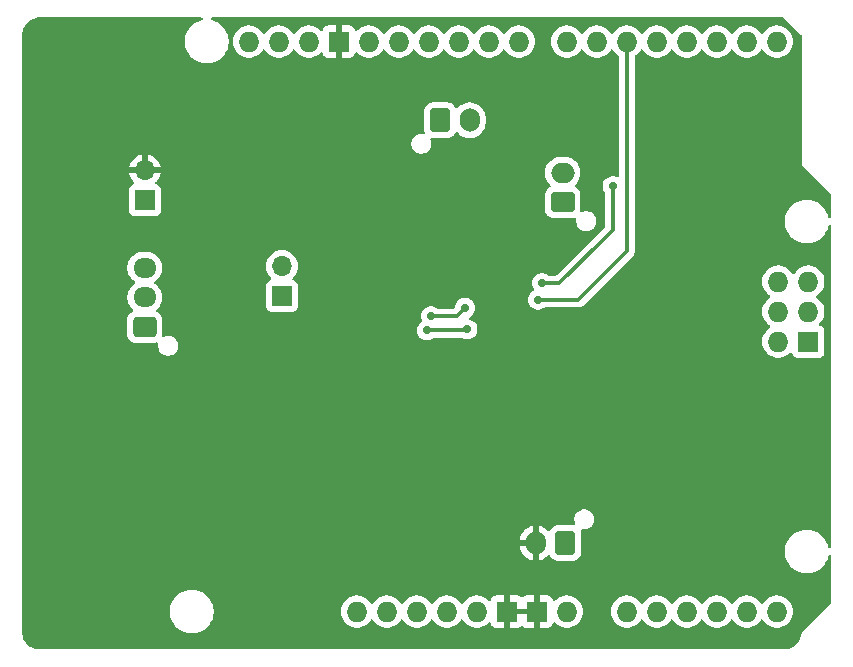
<source format=gbl>
G04 #@! TF.GenerationSoftware,KiCad,Pcbnew,8.0.2*
G04 #@! TF.CreationDate,2025-02-02T01:14:39-07:00*
G04 #@! TF.ProjectId,drs,6472732e-6b69-4636-9164-5f7063625858,v1*
G04 #@! TF.SameCoordinates,Original*
G04 #@! TF.FileFunction,Copper,L2,Bot*
G04 #@! TF.FilePolarity,Positive*
%FSLAX46Y46*%
G04 Gerber Fmt 4.6, Leading zero omitted, Abs format (unit mm)*
G04 Created by KiCad (PCBNEW 8.0.2) date 2025-02-02 01:14:39*
%MOMM*%
%LPD*%
G01*
G04 APERTURE LIST*
G04 Aperture macros list*
%AMRoundRect*
0 Rectangle with rounded corners*
0 $1 Rounding radius*
0 $2 $3 $4 $5 $6 $7 $8 $9 X,Y pos of 4 corners*
0 Add a 4 corners polygon primitive as box body*
4,1,4,$2,$3,$4,$5,$6,$7,$8,$9,$2,$3,0*
0 Add four circle primitives for the rounded corners*
1,1,$1+$1,$2,$3*
1,1,$1+$1,$4,$5*
1,1,$1+$1,$6,$7*
1,1,$1+$1,$8,$9*
0 Add four rect primitives between the rounded corners*
20,1,$1+$1,$2,$3,$4,$5,0*
20,1,$1+$1,$4,$5,$6,$7,0*
20,1,$1+$1,$6,$7,$8,$9,0*
20,1,$1+$1,$8,$9,$2,$3,0*%
G04 Aperture macros list end*
G04 #@! TA.AperFunction,ComponentPad*
%ADD10RoundRect,0.250000X0.750000X-0.600000X0.750000X0.600000X-0.750000X0.600000X-0.750000X-0.600000X0*%
G04 #@! TD*
G04 #@! TA.AperFunction,ComponentPad*
%ADD11O,2.000000X1.700000*%
G04 #@! TD*
G04 #@! TA.AperFunction,ComponentPad*
%ADD12R,1.700000X1.700000*%
G04 #@! TD*
G04 #@! TA.AperFunction,ComponentPad*
%ADD13O,1.700000X1.700000*%
G04 #@! TD*
G04 #@! TA.AperFunction,ComponentPad*
%ADD14RoundRect,0.250000X-0.600000X-0.750000X0.600000X-0.750000X0.600000X0.750000X-0.600000X0.750000X0*%
G04 #@! TD*
G04 #@! TA.AperFunction,ComponentPad*
%ADD15O,1.700000X2.000000*%
G04 #@! TD*
G04 #@! TA.AperFunction,ComponentPad*
%ADD16O,1.727200X1.727200*%
G04 #@! TD*
G04 #@! TA.AperFunction,ComponentPad*
%ADD17R,1.727200X1.727200*%
G04 #@! TD*
G04 #@! TA.AperFunction,ComponentPad*
%ADD18RoundRect,0.250000X0.725000X-0.600000X0.725000X0.600000X-0.725000X0.600000X-0.725000X-0.600000X0*%
G04 #@! TD*
G04 #@! TA.AperFunction,ComponentPad*
%ADD19O,1.950000X1.700000*%
G04 #@! TD*
G04 #@! TA.AperFunction,ComponentPad*
%ADD20RoundRect,0.250000X0.600000X0.750000X-0.600000X0.750000X-0.600000X-0.750000X0.600000X-0.750000X0*%
G04 #@! TD*
G04 #@! TA.AperFunction,ViaPad*
%ADD21C,0.700000*%
G04 #@! TD*
G04 #@! TA.AperFunction,Conductor*
%ADD22C,0.300000*%
G04 #@! TD*
G04 APERTURE END LIST*
D10*
X160275000Y-85150000D03*
D11*
X160275000Y-82650000D03*
D12*
X136500000Y-93100000D03*
D13*
X136500000Y-90560000D03*
D12*
X124900000Y-84975000D03*
D13*
X124900000Y-82435000D03*
D14*
X149900000Y-78200000D03*
D15*
X152400000Y-78200000D03*
D16*
X150460000Y-119800000D03*
X153000000Y-119800000D03*
X181067000Y-91860000D03*
X165700000Y-119800000D03*
X168240000Y-119800000D03*
X170780000Y-119800000D03*
X173320000Y-119800000D03*
X175860000Y-119800000D03*
X178400000Y-119800000D03*
X138776000Y-71540000D03*
X142840000Y-119800000D03*
X178400000Y-71540000D03*
X175860000Y-71540000D03*
X173320000Y-71540000D03*
X170780000Y-71540000D03*
X168240000Y-71540000D03*
X165700000Y-71540000D03*
X163160000Y-71540000D03*
X160620000Y-71540000D03*
X156556000Y-71540000D03*
X154016000Y-71540000D03*
X151476000Y-71540000D03*
X148936000Y-71540000D03*
X146396000Y-71540000D03*
X143856000Y-71540000D03*
D17*
X141316000Y-71540000D03*
X155540000Y-119800000D03*
X158080000Y-119800000D03*
X181067000Y-96940000D03*
D16*
X145380000Y-119800000D03*
X178527000Y-91860000D03*
X181067000Y-94400000D03*
X147920000Y-119800000D03*
X178527000Y-96940000D03*
X178527000Y-94400000D03*
X133696000Y-71540000D03*
X136236000Y-71540000D03*
X160620000Y-119800000D03*
D18*
X124875000Y-95700000D03*
D19*
X124875000Y-93200000D03*
X124875000Y-90700000D03*
D20*
X160500000Y-114000000D03*
D15*
X158000000Y-114000000D03*
D21*
X158500000Y-92000000D03*
X164500000Y-83800000D03*
X158200000Y-93400000D03*
X157000000Y-96500000D03*
X154800000Y-75200000D03*
X154300000Y-109100000D03*
X155800000Y-88800000D03*
X133800000Y-94800000D03*
X142600000Y-100000000D03*
X144200000Y-93100000D03*
X158200000Y-78300000D03*
X156000000Y-75900000D03*
X147600000Y-75000000D03*
X149100000Y-94800000D03*
X152000000Y-94100000D03*
X152200000Y-95900000D03*
X148800000Y-96000000D03*
D22*
X158500000Y-92000000D02*
X160000000Y-92000000D01*
X163500000Y-88500000D02*
X164500000Y-87500000D01*
X164500000Y-87500000D02*
X164500000Y-83800000D01*
X160000000Y-92000000D02*
X163500000Y-88500000D01*
X158200000Y-93400000D02*
X161600000Y-93400000D01*
X165700000Y-89300000D02*
X165700000Y-71540000D01*
X161600000Y-93400000D02*
X165700000Y-89300000D01*
X149100000Y-94800000D02*
X151300000Y-94800000D01*
X151300000Y-94800000D02*
X152000000Y-94100000D01*
X148800000Y-96000000D02*
X152100000Y-96000000D01*
X152100000Y-96000000D02*
X152200000Y-95900000D01*
G04 #@! TA.AperFunction,Conductor*
G36*
X157606619Y-119603919D02*
G01*
X157572000Y-119733120D01*
X157572000Y-119866880D01*
X157606619Y-119996081D01*
X157637749Y-120050000D01*
X155982251Y-120050000D01*
X156013381Y-119996081D01*
X156048000Y-119866880D01*
X156048000Y-119733120D01*
X156013381Y-119603919D01*
X155982251Y-119550000D01*
X157637749Y-119550000D01*
X157606619Y-119603919D01*
G37*
G04 #@! TD.AperFunction*
G04 #@! TA.AperFunction,Conductor*
G36*
X129728766Y-69519685D02*
G01*
X129774521Y-69572489D01*
X129784465Y-69641647D01*
X129755440Y-69705203D01*
X129696662Y-69742977D01*
X129693864Y-69743762D01*
X129600063Y-69768896D01*
X129543895Y-69783947D01*
X129319794Y-69876773D01*
X129319785Y-69876777D01*
X129109706Y-69998067D01*
X128917263Y-70145733D01*
X128917256Y-70145739D01*
X128745739Y-70317256D01*
X128745733Y-70317263D01*
X128598067Y-70509706D01*
X128476777Y-70719785D01*
X128476773Y-70719794D01*
X128383947Y-70943895D01*
X128321161Y-71178214D01*
X128289500Y-71418711D01*
X128289500Y-71661288D01*
X128321161Y-71901785D01*
X128383947Y-72136104D01*
X128411936Y-72203675D01*
X128476776Y-72360212D01*
X128598064Y-72570289D01*
X128598066Y-72570292D01*
X128598067Y-72570293D01*
X128745733Y-72762736D01*
X128745739Y-72762743D01*
X128917256Y-72934260D01*
X128917262Y-72934265D01*
X129109711Y-73081936D01*
X129319788Y-73203224D01*
X129543900Y-73296054D01*
X129778211Y-73358838D01*
X129958586Y-73382584D01*
X130018711Y-73390500D01*
X130018712Y-73390500D01*
X130261289Y-73390500D01*
X130309388Y-73384167D01*
X130501789Y-73358838D01*
X130736100Y-73296054D01*
X130960212Y-73203224D01*
X131170289Y-73081936D01*
X131362738Y-72934265D01*
X131534265Y-72762738D01*
X131681936Y-72570289D01*
X131803224Y-72360212D01*
X131896054Y-72136100D01*
X131958838Y-71901789D01*
X131990500Y-71661288D01*
X131990500Y-71539993D01*
X132327225Y-71539993D01*
X132327225Y-71540006D01*
X132345892Y-71765289D01*
X132401388Y-71984439D01*
X132492198Y-72191466D01*
X132615842Y-72380716D01*
X132615850Y-72380727D01*
X132768950Y-72547036D01*
X132768954Y-72547040D01*
X132947351Y-72685893D01*
X133146169Y-72793488D01*
X133146172Y-72793489D01*
X133359982Y-72866890D01*
X133359984Y-72866890D01*
X133359986Y-72866891D01*
X133582967Y-72904100D01*
X133582968Y-72904100D01*
X133809032Y-72904100D01*
X133809033Y-72904100D01*
X134032014Y-72866891D01*
X134245831Y-72793488D01*
X134444649Y-72685893D01*
X134623046Y-72547040D01*
X134776156Y-72380719D01*
X134862193Y-72249028D01*
X134915338Y-72203675D01*
X134984569Y-72194251D01*
X135047905Y-72223753D01*
X135069804Y-72249025D01*
X135155844Y-72380719D01*
X135155849Y-72380724D01*
X135155850Y-72380727D01*
X135308950Y-72547036D01*
X135308954Y-72547040D01*
X135487351Y-72685893D01*
X135686169Y-72793488D01*
X135686172Y-72793489D01*
X135899982Y-72866890D01*
X135899984Y-72866890D01*
X135899986Y-72866891D01*
X136122967Y-72904100D01*
X136122968Y-72904100D01*
X136349032Y-72904100D01*
X136349033Y-72904100D01*
X136572014Y-72866891D01*
X136785831Y-72793488D01*
X136984649Y-72685893D01*
X137163046Y-72547040D01*
X137316156Y-72380719D01*
X137402193Y-72249028D01*
X137455338Y-72203675D01*
X137524569Y-72194251D01*
X137587905Y-72223753D01*
X137609804Y-72249025D01*
X137695844Y-72380719D01*
X137695849Y-72380724D01*
X137695850Y-72380727D01*
X137848950Y-72547036D01*
X137848954Y-72547040D01*
X138027351Y-72685893D01*
X138226169Y-72793488D01*
X138226172Y-72793489D01*
X138439982Y-72866890D01*
X138439984Y-72866890D01*
X138439986Y-72866891D01*
X138662967Y-72904100D01*
X138662968Y-72904100D01*
X138889032Y-72904100D01*
X138889033Y-72904100D01*
X139112014Y-72866891D01*
X139325831Y-72793488D01*
X139524649Y-72685893D01*
X139703046Y-72547040D01*
X139757815Y-72487545D01*
X139817699Y-72451557D01*
X139887537Y-72453657D01*
X139945153Y-72493180D01*
X139965224Y-72528196D01*
X140009046Y-72645688D01*
X140009049Y-72645693D01*
X140095209Y-72760787D01*
X140095212Y-72760790D01*
X140210306Y-72846950D01*
X140210313Y-72846954D01*
X140345020Y-72897196D01*
X140345027Y-72897198D01*
X140404555Y-72903599D01*
X140404572Y-72903600D01*
X141066000Y-72903600D01*
X141066000Y-71982251D01*
X141119919Y-72013381D01*
X141249120Y-72048000D01*
X141382880Y-72048000D01*
X141512081Y-72013381D01*
X141566000Y-71982251D01*
X141566000Y-72903600D01*
X142227428Y-72903600D01*
X142227444Y-72903599D01*
X142286972Y-72897198D01*
X142286979Y-72897196D01*
X142421686Y-72846954D01*
X142421693Y-72846950D01*
X142536787Y-72760790D01*
X142536790Y-72760787D01*
X142622950Y-72645693D01*
X142622954Y-72645686D01*
X142666775Y-72528197D01*
X142708646Y-72472263D01*
X142774110Y-72447846D01*
X142842383Y-72462698D01*
X142874186Y-72487547D01*
X142928950Y-72547036D01*
X142928954Y-72547040D01*
X143107351Y-72685893D01*
X143306169Y-72793488D01*
X143306172Y-72793489D01*
X143519982Y-72866890D01*
X143519984Y-72866890D01*
X143519986Y-72866891D01*
X143742967Y-72904100D01*
X143742968Y-72904100D01*
X143969032Y-72904100D01*
X143969033Y-72904100D01*
X144192014Y-72866891D01*
X144405831Y-72793488D01*
X144604649Y-72685893D01*
X144783046Y-72547040D01*
X144936156Y-72380719D01*
X145022193Y-72249028D01*
X145075338Y-72203675D01*
X145144569Y-72194251D01*
X145207905Y-72223753D01*
X145229804Y-72249025D01*
X145315844Y-72380719D01*
X145315849Y-72380724D01*
X145315850Y-72380727D01*
X145468950Y-72547036D01*
X145468954Y-72547040D01*
X145647351Y-72685893D01*
X145846169Y-72793488D01*
X145846172Y-72793489D01*
X146059982Y-72866890D01*
X146059984Y-72866890D01*
X146059986Y-72866891D01*
X146282967Y-72904100D01*
X146282968Y-72904100D01*
X146509032Y-72904100D01*
X146509033Y-72904100D01*
X146732014Y-72866891D01*
X146945831Y-72793488D01*
X147144649Y-72685893D01*
X147323046Y-72547040D01*
X147476156Y-72380719D01*
X147562193Y-72249028D01*
X147615338Y-72203675D01*
X147684569Y-72194251D01*
X147747905Y-72223753D01*
X147769804Y-72249025D01*
X147855844Y-72380719D01*
X147855849Y-72380724D01*
X147855850Y-72380727D01*
X148008950Y-72547036D01*
X148008954Y-72547040D01*
X148187351Y-72685893D01*
X148386169Y-72793488D01*
X148386172Y-72793489D01*
X148599982Y-72866890D01*
X148599984Y-72866890D01*
X148599986Y-72866891D01*
X148822967Y-72904100D01*
X148822968Y-72904100D01*
X149049032Y-72904100D01*
X149049033Y-72904100D01*
X149272014Y-72866891D01*
X149485831Y-72793488D01*
X149684649Y-72685893D01*
X149863046Y-72547040D01*
X150016156Y-72380719D01*
X150102193Y-72249028D01*
X150155338Y-72203675D01*
X150224569Y-72194251D01*
X150287905Y-72223753D01*
X150309804Y-72249025D01*
X150395844Y-72380719D01*
X150395849Y-72380724D01*
X150395850Y-72380727D01*
X150548950Y-72547036D01*
X150548954Y-72547040D01*
X150727351Y-72685893D01*
X150926169Y-72793488D01*
X150926172Y-72793489D01*
X151139982Y-72866890D01*
X151139984Y-72866890D01*
X151139986Y-72866891D01*
X151362967Y-72904100D01*
X151362968Y-72904100D01*
X151589032Y-72904100D01*
X151589033Y-72904100D01*
X151812014Y-72866891D01*
X152025831Y-72793488D01*
X152224649Y-72685893D01*
X152403046Y-72547040D01*
X152556156Y-72380719D01*
X152642193Y-72249028D01*
X152695338Y-72203675D01*
X152764569Y-72194251D01*
X152827905Y-72223753D01*
X152849804Y-72249025D01*
X152935844Y-72380719D01*
X152935849Y-72380724D01*
X152935850Y-72380727D01*
X153088950Y-72547036D01*
X153088954Y-72547040D01*
X153267351Y-72685893D01*
X153466169Y-72793488D01*
X153466172Y-72793489D01*
X153679982Y-72866890D01*
X153679984Y-72866890D01*
X153679986Y-72866891D01*
X153902967Y-72904100D01*
X153902968Y-72904100D01*
X154129032Y-72904100D01*
X154129033Y-72904100D01*
X154352014Y-72866891D01*
X154565831Y-72793488D01*
X154764649Y-72685893D01*
X154943046Y-72547040D01*
X155096156Y-72380719D01*
X155182193Y-72249028D01*
X155235338Y-72203675D01*
X155304569Y-72194251D01*
X155367905Y-72223753D01*
X155389804Y-72249025D01*
X155475844Y-72380719D01*
X155475849Y-72380724D01*
X155475850Y-72380727D01*
X155628950Y-72547036D01*
X155628954Y-72547040D01*
X155807351Y-72685893D01*
X156006169Y-72793488D01*
X156006172Y-72793489D01*
X156219982Y-72866890D01*
X156219984Y-72866890D01*
X156219986Y-72866891D01*
X156442967Y-72904100D01*
X156442968Y-72904100D01*
X156669032Y-72904100D01*
X156669033Y-72904100D01*
X156892014Y-72866891D01*
X157105831Y-72793488D01*
X157304649Y-72685893D01*
X157483046Y-72547040D01*
X157636156Y-72380719D01*
X157759802Y-72191465D01*
X157850611Y-71984441D01*
X157906107Y-71765293D01*
X157914725Y-71661288D01*
X157924775Y-71540006D01*
X157924775Y-71539993D01*
X157911707Y-71382294D01*
X157906107Y-71314707D01*
X157850611Y-71095559D01*
X157759802Y-70888535D01*
X157636156Y-70699281D01*
X157636153Y-70699278D01*
X157636149Y-70699272D01*
X157483049Y-70532963D01*
X157483048Y-70532962D01*
X157483046Y-70532960D01*
X157304649Y-70394107D01*
X157278390Y-70379896D01*
X157105832Y-70286512D01*
X157105827Y-70286510D01*
X156892017Y-70213109D01*
X156710388Y-70182801D01*
X156669033Y-70175900D01*
X156442967Y-70175900D01*
X156401612Y-70182801D01*
X156219982Y-70213109D01*
X156006172Y-70286510D01*
X156006167Y-70286512D01*
X155807352Y-70394106D01*
X155628955Y-70532959D01*
X155628950Y-70532963D01*
X155475850Y-70699272D01*
X155475842Y-70699283D01*
X155389808Y-70830968D01*
X155336662Y-70876325D01*
X155267430Y-70885748D01*
X155204095Y-70856246D01*
X155182192Y-70830968D01*
X155096157Y-70699283D01*
X155096149Y-70699272D01*
X154943049Y-70532963D01*
X154943048Y-70532962D01*
X154943046Y-70532960D01*
X154764649Y-70394107D01*
X154738390Y-70379896D01*
X154565832Y-70286512D01*
X154565827Y-70286510D01*
X154352017Y-70213109D01*
X154170388Y-70182801D01*
X154129033Y-70175900D01*
X153902967Y-70175900D01*
X153861612Y-70182801D01*
X153679982Y-70213109D01*
X153466172Y-70286510D01*
X153466167Y-70286512D01*
X153267352Y-70394106D01*
X153088955Y-70532959D01*
X153088950Y-70532963D01*
X152935850Y-70699272D01*
X152935842Y-70699283D01*
X152849808Y-70830968D01*
X152796662Y-70876325D01*
X152727430Y-70885748D01*
X152664095Y-70856246D01*
X152642192Y-70830968D01*
X152556157Y-70699283D01*
X152556149Y-70699272D01*
X152403049Y-70532963D01*
X152403048Y-70532962D01*
X152403046Y-70532960D01*
X152224649Y-70394107D01*
X152198390Y-70379896D01*
X152025832Y-70286512D01*
X152025827Y-70286510D01*
X151812017Y-70213109D01*
X151630388Y-70182801D01*
X151589033Y-70175900D01*
X151362967Y-70175900D01*
X151321612Y-70182801D01*
X151139982Y-70213109D01*
X150926172Y-70286510D01*
X150926167Y-70286512D01*
X150727352Y-70394106D01*
X150548955Y-70532959D01*
X150548950Y-70532963D01*
X150395850Y-70699272D01*
X150395842Y-70699283D01*
X150309808Y-70830968D01*
X150256662Y-70876325D01*
X150187430Y-70885748D01*
X150124095Y-70856246D01*
X150102192Y-70830968D01*
X150016157Y-70699283D01*
X150016149Y-70699272D01*
X149863049Y-70532963D01*
X149863048Y-70532962D01*
X149863046Y-70532960D01*
X149684649Y-70394107D01*
X149658390Y-70379896D01*
X149485832Y-70286512D01*
X149485827Y-70286510D01*
X149272017Y-70213109D01*
X149090388Y-70182801D01*
X149049033Y-70175900D01*
X148822967Y-70175900D01*
X148781612Y-70182801D01*
X148599982Y-70213109D01*
X148386172Y-70286510D01*
X148386167Y-70286512D01*
X148187352Y-70394106D01*
X148008955Y-70532959D01*
X148008950Y-70532963D01*
X147855850Y-70699272D01*
X147855842Y-70699283D01*
X147769808Y-70830968D01*
X147716662Y-70876325D01*
X147647430Y-70885748D01*
X147584095Y-70856246D01*
X147562192Y-70830968D01*
X147476157Y-70699283D01*
X147476149Y-70699272D01*
X147323049Y-70532963D01*
X147323048Y-70532962D01*
X147323046Y-70532960D01*
X147144649Y-70394107D01*
X147118390Y-70379896D01*
X146945832Y-70286512D01*
X146945827Y-70286510D01*
X146732017Y-70213109D01*
X146550388Y-70182801D01*
X146509033Y-70175900D01*
X146282967Y-70175900D01*
X146241612Y-70182801D01*
X146059982Y-70213109D01*
X145846172Y-70286510D01*
X145846167Y-70286512D01*
X145647352Y-70394106D01*
X145468955Y-70532959D01*
X145468950Y-70532963D01*
X145315850Y-70699272D01*
X145315842Y-70699283D01*
X145229808Y-70830968D01*
X145176662Y-70876325D01*
X145107430Y-70885748D01*
X145044095Y-70856246D01*
X145022192Y-70830968D01*
X144936157Y-70699283D01*
X144936149Y-70699272D01*
X144783049Y-70532963D01*
X144783048Y-70532962D01*
X144783046Y-70532960D01*
X144604649Y-70394107D01*
X144578390Y-70379896D01*
X144405832Y-70286512D01*
X144405827Y-70286510D01*
X144192017Y-70213109D01*
X144010388Y-70182801D01*
X143969033Y-70175900D01*
X143742967Y-70175900D01*
X143701612Y-70182801D01*
X143519982Y-70213109D01*
X143306172Y-70286510D01*
X143306167Y-70286512D01*
X143107352Y-70394106D01*
X142928955Y-70532958D01*
X142874186Y-70592453D01*
X142814298Y-70628443D01*
X142744460Y-70626342D01*
X142686845Y-70586817D01*
X142666775Y-70551802D01*
X142622954Y-70434313D01*
X142622950Y-70434306D01*
X142536790Y-70319212D01*
X142536787Y-70319209D01*
X142421693Y-70233049D01*
X142421686Y-70233045D01*
X142286979Y-70182803D01*
X142286972Y-70182801D01*
X142227444Y-70176400D01*
X141566000Y-70176400D01*
X141566000Y-71097748D01*
X141512081Y-71066619D01*
X141382880Y-71032000D01*
X141249120Y-71032000D01*
X141119919Y-71066619D01*
X141066000Y-71097748D01*
X141066000Y-70176400D01*
X140404555Y-70176400D01*
X140345027Y-70182801D01*
X140345020Y-70182803D01*
X140210313Y-70233045D01*
X140210306Y-70233049D01*
X140095212Y-70319209D01*
X140095209Y-70319212D01*
X140009049Y-70434306D01*
X140009046Y-70434312D01*
X139965224Y-70551803D01*
X139923352Y-70607736D01*
X139857887Y-70632153D01*
X139789615Y-70617301D01*
X139757813Y-70592452D01*
X139703049Y-70532963D01*
X139703048Y-70532962D01*
X139703046Y-70532960D01*
X139524649Y-70394107D01*
X139498390Y-70379896D01*
X139325832Y-70286512D01*
X139325827Y-70286510D01*
X139112017Y-70213109D01*
X138930388Y-70182801D01*
X138889033Y-70175900D01*
X138662967Y-70175900D01*
X138621612Y-70182801D01*
X138439982Y-70213109D01*
X138226172Y-70286510D01*
X138226167Y-70286512D01*
X138027352Y-70394106D01*
X137848955Y-70532959D01*
X137848950Y-70532963D01*
X137695850Y-70699272D01*
X137695842Y-70699283D01*
X137609808Y-70830968D01*
X137556662Y-70876325D01*
X137487430Y-70885748D01*
X137424095Y-70856246D01*
X137402192Y-70830968D01*
X137316157Y-70699283D01*
X137316149Y-70699272D01*
X137163049Y-70532963D01*
X137163048Y-70532962D01*
X137163046Y-70532960D01*
X136984649Y-70394107D01*
X136958390Y-70379896D01*
X136785832Y-70286512D01*
X136785827Y-70286510D01*
X136572017Y-70213109D01*
X136390388Y-70182801D01*
X136349033Y-70175900D01*
X136122967Y-70175900D01*
X136081612Y-70182801D01*
X135899982Y-70213109D01*
X135686172Y-70286510D01*
X135686167Y-70286512D01*
X135487352Y-70394106D01*
X135308955Y-70532959D01*
X135308950Y-70532963D01*
X135155850Y-70699272D01*
X135155842Y-70699283D01*
X135069808Y-70830968D01*
X135016662Y-70876325D01*
X134947430Y-70885748D01*
X134884095Y-70856246D01*
X134862192Y-70830968D01*
X134776157Y-70699283D01*
X134776149Y-70699272D01*
X134623049Y-70532963D01*
X134623048Y-70532962D01*
X134623046Y-70532960D01*
X134444649Y-70394107D01*
X134418390Y-70379896D01*
X134245832Y-70286512D01*
X134245827Y-70286510D01*
X134032017Y-70213109D01*
X133850388Y-70182801D01*
X133809033Y-70175900D01*
X133582967Y-70175900D01*
X133541612Y-70182801D01*
X133359982Y-70213109D01*
X133146172Y-70286510D01*
X133146167Y-70286512D01*
X132947352Y-70394106D01*
X132768955Y-70532959D01*
X132768950Y-70532963D01*
X132615850Y-70699272D01*
X132615842Y-70699283D01*
X132492198Y-70888533D01*
X132401388Y-71095560D01*
X132345892Y-71314710D01*
X132327225Y-71539993D01*
X131990500Y-71539993D01*
X131990500Y-71418712D01*
X131958838Y-71178211D01*
X131896054Y-70943900D01*
X131803224Y-70719788D01*
X131681936Y-70509711D01*
X131593229Y-70394106D01*
X131534266Y-70317263D01*
X131534260Y-70317256D01*
X131362743Y-70145739D01*
X131362736Y-70145733D01*
X131170293Y-69998067D01*
X131170292Y-69998066D01*
X131170289Y-69998064D01*
X130960212Y-69876776D01*
X130960205Y-69876773D01*
X130736104Y-69783947D01*
X130719254Y-69779432D01*
X130586177Y-69743773D01*
X130526519Y-69707410D01*
X130495990Y-69644563D01*
X130504285Y-69575187D01*
X130548770Y-69521309D01*
X130615322Y-69500035D01*
X130618273Y-69500000D01*
X178948638Y-69500000D01*
X179015677Y-69519685D01*
X179036319Y-69536319D01*
X180463681Y-70963681D01*
X180497166Y-71025004D01*
X180500000Y-71051362D01*
X180500000Y-82000000D01*
X182963681Y-84463681D01*
X182997166Y-84525004D01*
X183000000Y-84551362D01*
X183000000Y-86376367D01*
X182980315Y-86443406D01*
X182927511Y-86489161D01*
X182858353Y-86499105D01*
X182794797Y-86470080D01*
X182757023Y-86411302D01*
X182756225Y-86408461D01*
X182696054Y-86183900D01*
X182603224Y-85959788D01*
X182481936Y-85749711D01*
X182334265Y-85557262D01*
X182334260Y-85557256D01*
X182162743Y-85385739D01*
X182162736Y-85385733D01*
X181970293Y-85238067D01*
X181970292Y-85238066D01*
X181970289Y-85238064D01*
X181760212Y-85116776D01*
X181760205Y-85116773D01*
X181536104Y-85023947D01*
X181301785Y-84961161D01*
X181061289Y-84929500D01*
X181061288Y-84929500D01*
X180818712Y-84929500D01*
X180818711Y-84929500D01*
X180578214Y-84961161D01*
X180343895Y-85023947D01*
X180119794Y-85116773D01*
X180119785Y-85116777D01*
X179909706Y-85238067D01*
X179717263Y-85385733D01*
X179717256Y-85385739D01*
X179545739Y-85557256D01*
X179545733Y-85557263D01*
X179398067Y-85749706D01*
X179276777Y-85959785D01*
X179276773Y-85959794D01*
X179183947Y-86183895D01*
X179121161Y-86418214D01*
X179089500Y-86658711D01*
X179089500Y-86901288D01*
X179117520Y-87114129D01*
X179121162Y-87141789D01*
X179124129Y-87152863D01*
X179183947Y-87376104D01*
X179276773Y-87600205D01*
X179276776Y-87600212D01*
X179398064Y-87810289D01*
X179398066Y-87810292D01*
X179398067Y-87810293D01*
X179545733Y-88002736D01*
X179545739Y-88002743D01*
X179717256Y-88174260D01*
X179717262Y-88174265D01*
X179909711Y-88321936D01*
X180119788Y-88443224D01*
X180343900Y-88536054D01*
X180578211Y-88598838D01*
X180758586Y-88622584D01*
X180818711Y-88630500D01*
X180818712Y-88630500D01*
X181061289Y-88630500D01*
X181109388Y-88624167D01*
X181301789Y-88598838D01*
X181536100Y-88536054D01*
X181760212Y-88443224D01*
X181970289Y-88321936D01*
X182162738Y-88174265D01*
X182334265Y-88002738D01*
X182481936Y-87810289D01*
X182603224Y-87600212D01*
X182696054Y-87376100D01*
X182756226Y-87151535D01*
X182792590Y-87091878D01*
X182855437Y-87061349D01*
X182924813Y-87069644D01*
X182978691Y-87114129D01*
X182999965Y-87180681D01*
X183000000Y-87183632D01*
X183000000Y-114316367D01*
X182980315Y-114383406D01*
X182927511Y-114429161D01*
X182858353Y-114439105D01*
X182794797Y-114410080D01*
X182757023Y-114351302D01*
X182756225Y-114348461D01*
X182696054Y-114123900D01*
X182603224Y-113899788D01*
X182481936Y-113689711D01*
X182362357Y-113533872D01*
X182334266Y-113497263D01*
X182334260Y-113497256D01*
X182162743Y-113325739D01*
X182162736Y-113325733D01*
X181970293Y-113178067D01*
X181970292Y-113178066D01*
X181970289Y-113178064D01*
X181760212Y-113056776D01*
X181760205Y-113056773D01*
X181536104Y-112963947D01*
X181301785Y-112901161D01*
X181061289Y-112869500D01*
X181061288Y-112869500D01*
X180818712Y-112869500D01*
X180818711Y-112869500D01*
X180578214Y-112901161D01*
X180343895Y-112963947D01*
X180119794Y-113056773D01*
X180119785Y-113056777D01*
X179909706Y-113178067D01*
X179717263Y-113325733D01*
X179717256Y-113325739D01*
X179545739Y-113497256D01*
X179545733Y-113497263D01*
X179398067Y-113689706D01*
X179276777Y-113899785D01*
X179276773Y-113899794D01*
X179183947Y-114123895D01*
X179121161Y-114358214D01*
X179089500Y-114598711D01*
X179089500Y-114841288D01*
X179121161Y-115081785D01*
X179183947Y-115316104D01*
X179246350Y-115466757D01*
X179276776Y-115540212D01*
X179398064Y-115750289D01*
X179398066Y-115750292D01*
X179398067Y-115750293D01*
X179545733Y-115942736D01*
X179545739Y-115942743D01*
X179717256Y-116114260D01*
X179717262Y-116114265D01*
X179909711Y-116261936D01*
X180119788Y-116383224D01*
X180343900Y-116476054D01*
X180578211Y-116538838D01*
X180758586Y-116562584D01*
X180818711Y-116570500D01*
X180818712Y-116570500D01*
X181061289Y-116570500D01*
X181109388Y-116564167D01*
X181301789Y-116538838D01*
X181536100Y-116476054D01*
X181760212Y-116383224D01*
X181970289Y-116261936D01*
X182162738Y-116114265D01*
X182334265Y-115942738D01*
X182481936Y-115750289D01*
X182603224Y-115540212D01*
X182696054Y-115316100D01*
X182756226Y-115091535D01*
X182792590Y-115031878D01*
X182855437Y-115001349D01*
X182924813Y-115009644D01*
X182978691Y-115054129D01*
X182999965Y-115120681D01*
X183000000Y-115123632D01*
X183000000Y-118948637D01*
X182980315Y-119015676D01*
X182963681Y-119036318D01*
X180499999Y-121499999D01*
X180497855Y-121609337D01*
X180496352Y-121626303D01*
X180462336Y-121841068D01*
X180457794Y-121859988D01*
X180390978Y-122065629D01*
X180383532Y-122083606D01*
X180285368Y-122276264D01*
X180275201Y-122292855D01*
X180148105Y-122467786D01*
X180135468Y-122482581D01*
X179982581Y-122635468D01*
X179967786Y-122648105D01*
X179792855Y-122775201D01*
X179776264Y-122785368D01*
X179583606Y-122883532D01*
X179565629Y-122890978D01*
X179359988Y-122957794D01*
X179341068Y-122962336D01*
X179126303Y-122996352D01*
X179109337Y-122997855D01*
X179001224Y-122999976D01*
X178998792Y-123000000D01*
X116001208Y-123000000D01*
X115998776Y-122999976D01*
X115890662Y-122997855D01*
X115873696Y-122996352D01*
X115658931Y-122962336D01*
X115640011Y-122957794D01*
X115434370Y-122890978D01*
X115416393Y-122883532D01*
X115223735Y-122785368D01*
X115207144Y-122775201D01*
X115032213Y-122648105D01*
X115017418Y-122635468D01*
X114864531Y-122482581D01*
X114851894Y-122467786D01*
X114724798Y-122292855D01*
X114714631Y-122276264D01*
X114616467Y-122083606D01*
X114609021Y-122065629D01*
X114542205Y-121859988D01*
X114537663Y-121841068D01*
X114503646Y-121626295D01*
X114502144Y-121609344D01*
X114500024Y-121501222D01*
X114500000Y-121498791D01*
X114500000Y-119678711D01*
X127019500Y-119678711D01*
X127019500Y-119921288D01*
X127051161Y-120161785D01*
X127113947Y-120396104D01*
X127141936Y-120463675D01*
X127206776Y-120620212D01*
X127328064Y-120830289D01*
X127328066Y-120830292D01*
X127328067Y-120830293D01*
X127475733Y-121022736D01*
X127475739Y-121022743D01*
X127647256Y-121194260D01*
X127647262Y-121194265D01*
X127839711Y-121341936D01*
X128049788Y-121463224D01*
X128273900Y-121556054D01*
X128508211Y-121618838D01*
X128688586Y-121642584D01*
X128748711Y-121650500D01*
X128748712Y-121650500D01*
X128991289Y-121650500D01*
X129039388Y-121644167D01*
X129231789Y-121618838D01*
X129466100Y-121556054D01*
X129690212Y-121463224D01*
X129900289Y-121341936D01*
X130092738Y-121194265D01*
X130264265Y-121022738D01*
X130411936Y-120830289D01*
X130533224Y-120620212D01*
X130626054Y-120396100D01*
X130688838Y-120161789D01*
X130720500Y-119921288D01*
X130720500Y-119799993D01*
X141471225Y-119799993D01*
X141471225Y-119800006D01*
X141489892Y-120025289D01*
X141545388Y-120244439D01*
X141636198Y-120451466D01*
X141759842Y-120640716D01*
X141759850Y-120640727D01*
X141912950Y-120807036D01*
X141912954Y-120807040D01*
X142091351Y-120945893D01*
X142290169Y-121053488D01*
X142290172Y-121053489D01*
X142503982Y-121126890D01*
X142503984Y-121126890D01*
X142503986Y-121126891D01*
X142726967Y-121164100D01*
X142726968Y-121164100D01*
X142953032Y-121164100D01*
X142953033Y-121164100D01*
X143176014Y-121126891D01*
X143389831Y-121053488D01*
X143588649Y-120945893D01*
X143767046Y-120807040D01*
X143920156Y-120640719D01*
X144006193Y-120509028D01*
X144059338Y-120463675D01*
X144128569Y-120454251D01*
X144191905Y-120483753D01*
X144213804Y-120509025D01*
X144299844Y-120640719D01*
X144299849Y-120640724D01*
X144299850Y-120640727D01*
X144452950Y-120807036D01*
X144452954Y-120807040D01*
X144631351Y-120945893D01*
X144830169Y-121053488D01*
X144830172Y-121053489D01*
X145043982Y-121126890D01*
X145043984Y-121126890D01*
X145043986Y-121126891D01*
X145266967Y-121164100D01*
X145266968Y-121164100D01*
X145493032Y-121164100D01*
X145493033Y-121164100D01*
X145716014Y-121126891D01*
X145929831Y-121053488D01*
X146128649Y-120945893D01*
X146307046Y-120807040D01*
X146460156Y-120640719D01*
X146546193Y-120509028D01*
X146599338Y-120463675D01*
X146668569Y-120454251D01*
X146731905Y-120483753D01*
X146753804Y-120509025D01*
X146839844Y-120640719D01*
X146839849Y-120640724D01*
X146839850Y-120640727D01*
X146992950Y-120807036D01*
X146992954Y-120807040D01*
X147171351Y-120945893D01*
X147370169Y-121053488D01*
X147370172Y-121053489D01*
X147583982Y-121126890D01*
X147583984Y-121126890D01*
X147583986Y-121126891D01*
X147806967Y-121164100D01*
X147806968Y-121164100D01*
X148033032Y-121164100D01*
X148033033Y-121164100D01*
X148256014Y-121126891D01*
X148469831Y-121053488D01*
X148668649Y-120945893D01*
X148847046Y-120807040D01*
X149000156Y-120640719D01*
X149086193Y-120509028D01*
X149139338Y-120463675D01*
X149208569Y-120454251D01*
X149271905Y-120483753D01*
X149293804Y-120509025D01*
X149379844Y-120640719D01*
X149379849Y-120640724D01*
X149379850Y-120640727D01*
X149532950Y-120807036D01*
X149532954Y-120807040D01*
X149711351Y-120945893D01*
X149910169Y-121053488D01*
X149910172Y-121053489D01*
X150123982Y-121126890D01*
X150123984Y-121126890D01*
X150123986Y-121126891D01*
X150346967Y-121164100D01*
X150346968Y-121164100D01*
X150573032Y-121164100D01*
X150573033Y-121164100D01*
X150796014Y-121126891D01*
X151009831Y-121053488D01*
X151208649Y-120945893D01*
X151387046Y-120807040D01*
X151540156Y-120640719D01*
X151626193Y-120509028D01*
X151679338Y-120463675D01*
X151748569Y-120454251D01*
X151811905Y-120483753D01*
X151833804Y-120509025D01*
X151919844Y-120640719D01*
X151919849Y-120640724D01*
X151919850Y-120640727D01*
X152072950Y-120807036D01*
X152072954Y-120807040D01*
X152251351Y-120945893D01*
X152450169Y-121053488D01*
X152450172Y-121053489D01*
X152663982Y-121126890D01*
X152663984Y-121126890D01*
X152663986Y-121126891D01*
X152886967Y-121164100D01*
X152886968Y-121164100D01*
X153113032Y-121164100D01*
X153113033Y-121164100D01*
X153336014Y-121126891D01*
X153549831Y-121053488D01*
X153748649Y-120945893D01*
X153927046Y-120807040D01*
X153981815Y-120747545D01*
X154041699Y-120711557D01*
X154111537Y-120713657D01*
X154169153Y-120753180D01*
X154189224Y-120788196D01*
X154233046Y-120905688D01*
X154233049Y-120905693D01*
X154319209Y-121020787D01*
X154319212Y-121020790D01*
X154434306Y-121106950D01*
X154434313Y-121106954D01*
X154569020Y-121157196D01*
X154569027Y-121157198D01*
X154628555Y-121163599D01*
X154628572Y-121163600D01*
X155290000Y-121163600D01*
X155290000Y-120242251D01*
X155343919Y-120273381D01*
X155473120Y-120308000D01*
X155606880Y-120308000D01*
X155736081Y-120273381D01*
X155790000Y-120242251D01*
X155790000Y-121163600D01*
X156451428Y-121163600D01*
X156451444Y-121163599D01*
X156510972Y-121157198D01*
X156510979Y-121157196D01*
X156645686Y-121106954D01*
X156645689Y-121106952D01*
X156735688Y-121039579D01*
X156801152Y-121015161D01*
X156869426Y-121030012D01*
X156884312Y-121039579D01*
X156974310Y-121106952D01*
X156974313Y-121106954D01*
X157109020Y-121157196D01*
X157109027Y-121157198D01*
X157168555Y-121163599D01*
X157168572Y-121163600D01*
X157830000Y-121163600D01*
X157830000Y-120242251D01*
X157883919Y-120273381D01*
X158013120Y-120308000D01*
X158146880Y-120308000D01*
X158276081Y-120273381D01*
X158330000Y-120242251D01*
X158330000Y-121163600D01*
X158991428Y-121163600D01*
X158991444Y-121163599D01*
X159050972Y-121157198D01*
X159050979Y-121157196D01*
X159185686Y-121106954D01*
X159185693Y-121106950D01*
X159300787Y-121020790D01*
X159300790Y-121020787D01*
X159386950Y-120905693D01*
X159386954Y-120905686D01*
X159430775Y-120788197D01*
X159472646Y-120732263D01*
X159538110Y-120707846D01*
X159606383Y-120722698D01*
X159638186Y-120747547D01*
X159692950Y-120807036D01*
X159692954Y-120807040D01*
X159871351Y-120945893D01*
X160070169Y-121053488D01*
X160070172Y-121053489D01*
X160283982Y-121126890D01*
X160283984Y-121126890D01*
X160283986Y-121126891D01*
X160506967Y-121164100D01*
X160506968Y-121164100D01*
X160733032Y-121164100D01*
X160733033Y-121164100D01*
X160956014Y-121126891D01*
X161169831Y-121053488D01*
X161368649Y-120945893D01*
X161547046Y-120807040D01*
X161700156Y-120640719D01*
X161823802Y-120451465D01*
X161914611Y-120244441D01*
X161970107Y-120025293D01*
X161978725Y-119921288D01*
X161988775Y-119800006D01*
X161988775Y-119799993D01*
X164331225Y-119799993D01*
X164331225Y-119800006D01*
X164349892Y-120025289D01*
X164405388Y-120244439D01*
X164496198Y-120451466D01*
X164619842Y-120640716D01*
X164619850Y-120640727D01*
X164772950Y-120807036D01*
X164772954Y-120807040D01*
X164951351Y-120945893D01*
X165150169Y-121053488D01*
X165150172Y-121053489D01*
X165363982Y-121126890D01*
X165363984Y-121126890D01*
X165363986Y-121126891D01*
X165586967Y-121164100D01*
X165586968Y-121164100D01*
X165813032Y-121164100D01*
X165813033Y-121164100D01*
X166036014Y-121126891D01*
X166249831Y-121053488D01*
X166448649Y-120945893D01*
X166627046Y-120807040D01*
X166780156Y-120640719D01*
X166866193Y-120509028D01*
X166919338Y-120463675D01*
X166988569Y-120454251D01*
X167051905Y-120483753D01*
X167073804Y-120509025D01*
X167159844Y-120640719D01*
X167159849Y-120640724D01*
X167159850Y-120640727D01*
X167312950Y-120807036D01*
X167312954Y-120807040D01*
X167491351Y-120945893D01*
X167690169Y-121053488D01*
X167690172Y-121053489D01*
X167903982Y-121126890D01*
X167903984Y-121126890D01*
X167903986Y-121126891D01*
X168126967Y-121164100D01*
X168126968Y-121164100D01*
X168353032Y-121164100D01*
X168353033Y-121164100D01*
X168576014Y-121126891D01*
X168789831Y-121053488D01*
X168988649Y-120945893D01*
X169167046Y-120807040D01*
X169320156Y-120640719D01*
X169406193Y-120509028D01*
X169459338Y-120463675D01*
X169528569Y-120454251D01*
X169591905Y-120483753D01*
X169613804Y-120509025D01*
X169699844Y-120640719D01*
X169699849Y-120640724D01*
X169699850Y-120640727D01*
X169852950Y-120807036D01*
X169852954Y-120807040D01*
X170031351Y-120945893D01*
X170230169Y-121053488D01*
X170230172Y-121053489D01*
X170443982Y-121126890D01*
X170443984Y-121126890D01*
X170443986Y-121126891D01*
X170666967Y-121164100D01*
X170666968Y-121164100D01*
X170893032Y-121164100D01*
X170893033Y-121164100D01*
X171116014Y-121126891D01*
X171329831Y-121053488D01*
X171528649Y-120945893D01*
X171707046Y-120807040D01*
X171860156Y-120640719D01*
X171946193Y-120509028D01*
X171999338Y-120463675D01*
X172068569Y-120454251D01*
X172131905Y-120483753D01*
X172153804Y-120509025D01*
X172239844Y-120640719D01*
X172239849Y-120640724D01*
X172239850Y-120640727D01*
X172392950Y-120807036D01*
X172392954Y-120807040D01*
X172571351Y-120945893D01*
X172770169Y-121053488D01*
X172770172Y-121053489D01*
X172983982Y-121126890D01*
X172983984Y-121126890D01*
X172983986Y-121126891D01*
X173206967Y-121164100D01*
X173206968Y-121164100D01*
X173433032Y-121164100D01*
X173433033Y-121164100D01*
X173656014Y-121126891D01*
X173869831Y-121053488D01*
X174068649Y-120945893D01*
X174247046Y-120807040D01*
X174400156Y-120640719D01*
X174486193Y-120509028D01*
X174539338Y-120463675D01*
X174608569Y-120454251D01*
X174671905Y-120483753D01*
X174693804Y-120509025D01*
X174779844Y-120640719D01*
X174779849Y-120640724D01*
X174779850Y-120640727D01*
X174932950Y-120807036D01*
X174932954Y-120807040D01*
X175111351Y-120945893D01*
X175310169Y-121053488D01*
X175310172Y-121053489D01*
X175523982Y-121126890D01*
X175523984Y-121126890D01*
X175523986Y-121126891D01*
X175746967Y-121164100D01*
X175746968Y-121164100D01*
X175973032Y-121164100D01*
X175973033Y-121164100D01*
X176196014Y-121126891D01*
X176409831Y-121053488D01*
X176608649Y-120945893D01*
X176787046Y-120807040D01*
X176940156Y-120640719D01*
X177026193Y-120509028D01*
X177079338Y-120463675D01*
X177148569Y-120454251D01*
X177211905Y-120483753D01*
X177233804Y-120509025D01*
X177319844Y-120640719D01*
X177319849Y-120640724D01*
X177319850Y-120640727D01*
X177472950Y-120807036D01*
X177472954Y-120807040D01*
X177651351Y-120945893D01*
X177850169Y-121053488D01*
X177850172Y-121053489D01*
X178063982Y-121126890D01*
X178063984Y-121126890D01*
X178063986Y-121126891D01*
X178286967Y-121164100D01*
X178286968Y-121164100D01*
X178513032Y-121164100D01*
X178513033Y-121164100D01*
X178736014Y-121126891D01*
X178949831Y-121053488D01*
X179148649Y-120945893D01*
X179327046Y-120807040D01*
X179480156Y-120640719D01*
X179603802Y-120451465D01*
X179694611Y-120244441D01*
X179750107Y-120025293D01*
X179758725Y-119921288D01*
X179768775Y-119800006D01*
X179768775Y-119799993D01*
X179755707Y-119642294D01*
X179750107Y-119574707D01*
X179694611Y-119355559D01*
X179603802Y-119148535D01*
X179480156Y-118959281D01*
X179480153Y-118959278D01*
X179480149Y-118959272D01*
X179327049Y-118792963D01*
X179327048Y-118792962D01*
X179327046Y-118792960D01*
X179148649Y-118654107D01*
X179122390Y-118639896D01*
X178949832Y-118546512D01*
X178949827Y-118546510D01*
X178736017Y-118473109D01*
X178554388Y-118442801D01*
X178513033Y-118435900D01*
X178286967Y-118435900D01*
X178245612Y-118442801D01*
X178063982Y-118473109D01*
X177850172Y-118546510D01*
X177850167Y-118546512D01*
X177651352Y-118654106D01*
X177472955Y-118792959D01*
X177472950Y-118792963D01*
X177319850Y-118959272D01*
X177319842Y-118959283D01*
X177233808Y-119090968D01*
X177180662Y-119136325D01*
X177111430Y-119145748D01*
X177048095Y-119116246D01*
X177026192Y-119090968D01*
X176940157Y-118959283D01*
X176940149Y-118959272D01*
X176787049Y-118792963D01*
X176787048Y-118792962D01*
X176787046Y-118792960D01*
X176608649Y-118654107D01*
X176582390Y-118639896D01*
X176409832Y-118546512D01*
X176409827Y-118546510D01*
X176196017Y-118473109D01*
X176014388Y-118442801D01*
X175973033Y-118435900D01*
X175746967Y-118435900D01*
X175705612Y-118442801D01*
X175523982Y-118473109D01*
X175310172Y-118546510D01*
X175310167Y-118546512D01*
X175111352Y-118654106D01*
X174932955Y-118792959D01*
X174932950Y-118792963D01*
X174779850Y-118959272D01*
X174779842Y-118959283D01*
X174693808Y-119090968D01*
X174640662Y-119136325D01*
X174571430Y-119145748D01*
X174508095Y-119116246D01*
X174486192Y-119090968D01*
X174400157Y-118959283D01*
X174400149Y-118959272D01*
X174247049Y-118792963D01*
X174247048Y-118792962D01*
X174247046Y-118792960D01*
X174068649Y-118654107D01*
X174042390Y-118639896D01*
X173869832Y-118546512D01*
X173869827Y-118546510D01*
X173656017Y-118473109D01*
X173474388Y-118442801D01*
X173433033Y-118435900D01*
X173206967Y-118435900D01*
X173165612Y-118442801D01*
X172983982Y-118473109D01*
X172770172Y-118546510D01*
X172770167Y-118546512D01*
X172571352Y-118654106D01*
X172392955Y-118792959D01*
X172392950Y-118792963D01*
X172239850Y-118959272D01*
X172239842Y-118959283D01*
X172153808Y-119090968D01*
X172100662Y-119136325D01*
X172031430Y-119145748D01*
X171968095Y-119116246D01*
X171946192Y-119090968D01*
X171860157Y-118959283D01*
X171860149Y-118959272D01*
X171707049Y-118792963D01*
X171707048Y-118792962D01*
X171707046Y-118792960D01*
X171528649Y-118654107D01*
X171502390Y-118639896D01*
X171329832Y-118546512D01*
X171329827Y-118546510D01*
X171116017Y-118473109D01*
X170934388Y-118442801D01*
X170893033Y-118435900D01*
X170666967Y-118435900D01*
X170625612Y-118442801D01*
X170443982Y-118473109D01*
X170230172Y-118546510D01*
X170230167Y-118546512D01*
X170031352Y-118654106D01*
X169852955Y-118792959D01*
X169852950Y-118792963D01*
X169699850Y-118959272D01*
X169699842Y-118959283D01*
X169613808Y-119090968D01*
X169560662Y-119136325D01*
X169491430Y-119145748D01*
X169428095Y-119116246D01*
X169406192Y-119090968D01*
X169320157Y-118959283D01*
X169320149Y-118959272D01*
X169167049Y-118792963D01*
X169167048Y-118792962D01*
X169167046Y-118792960D01*
X168988649Y-118654107D01*
X168962390Y-118639896D01*
X168789832Y-118546512D01*
X168789827Y-118546510D01*
X168576017Y-118473109D01*
X168394388Y-118442801D01*
X168353033Y-118435900D01*
X168126967Y-118435900D01*
X168085612Y-118442801D01*
X167903982Y-118473109D01*
X167690172Y-118546510D01*
X167690167Y-118546512D01*
X167491352Y-118654106D01*
X167312955Y-118792959D01*
X167312950Y-118792963D01*
X167159850Y-118959272D01*
X167159842Y-118959283D01*
X167073808Y-119090968D01*
X167020662Y-119136325D01*
X166951430Y-119145748D01*
X166888095Y-119116246D01*
X166866192Y-119090968D01*
X166780157Y-118959283D01*
X166780149Y-118959272D01*
X166627049Y-118792963D01*
X166627048Y-118792962D01*
X166627046Y-118792960D01*
X166448649Y-118654107D01*
X166422390Y-118639896D01*
X166249832Y-118546512D01*
X166249827Y-118546510D01*
X166036017Y-118473109D01*
X165854388Y-118442801D01*
X165813033Y-118435900D01*
X165586967Y-118435900D01*
X165545612Y-118442801D01*
X165363982Y-118473109D01*
X165150172Y-118546510D01*
X165150167Y-118546512D01*
X164951352Y-118654106D01*
X164772955Y-118792959D01*
X164772950Y-118792963D01*
X164619850Y-118959272D01*
X164619842Y-118959283D01*
X164496198Y-119148533D01*
X164405388Y-119355560D01*
X164349892Y-119574710D01*
X164331225Y-119799993D01*
X161988775Y-119799993D01*
X161975707Y-119642294D01*
X161970107Y-119574707D01*
X161914611Y-119355559D01*
X161823802Y-119148535D01*
X161700156Y-118959281D01*
X161700153Y-118959278D01*
X161700149Y-118959272D01*
X161547049Y-118792963D01*
X161547048Y-118792962D01*
X161547046Y-118792960D01*
X161368649Y-118654107D01*
X161342390Y-118639896D01*
X161169832Y-118546512D01*
X161169827Y-118546510D01*
X160956017Y-118473109D01*
X160774388Y-118442801D01*
X160733033Y-118435900D01*
X160506967Y-118435900D01*
X160465612Y-118442801D01*
X160283982Y-118473109D01*
X160070172Y-118546510D01*
X160070167Y-118546512D01*
X159871352Y-118654106D01*
X159692955Y-118792958D01*
X159638186Y-118852453D01*
X159578298Y-118888443D01*
X159508460Y-118886342D01*
X159450845Y-118846817D01*
X159430775Y-118811802D01*
X159386954Y-118694313D01*
X159386950Y-118694306D01*
X159300790Y-118579212D01*
X159300787Y-118579209D01*
X159185693Y-118493049D01*
X159185686Y-118493045D01*
X159050979Y-118442803D01*
X159050972Y-118442801D01*
X158991444Y-118436400D01*
X158330000Y-118436400D01*
X158330000Y-119357748D01*
X158276081Y-119326619D01*
X158146880Y-119292000D01*
X158013120Y-119292000D01*
X157883919Y-119326619D01*
X157830000Y-119357748D01*
X157830000Y-118436400D01*
X157168555Y-118436400D01*
X157109027Y-118442801D01*
X157109020Y-118442803D01*
X156974313Y-118493045D01*
X156974311Y-118493047D01*
X156884311Y-118560421D01*
X156818847Y-118584838D01*
X156750574Y-118569987D01*
X156735689Y-118560421D01*
X156645688Y-118493047D01*
X156645686Y-118493045D01*
X156510979Y-118442803D01*
X156510972Y-118442801D01*
X156451444Y-118436400D01*
X155790000Y-118436400D01*
X155790000Y-119357748D01*
X155736081Y-119326619D01*
X155606880Y-119292000D01*
X155473120Y-119292000D01*
X155343919Y-119326619D01*
X155290000Y-119357748D01*
X155290000Y-118436400D01*
X154628555Y-118436400D01*
X154569027Y-118442801D01*
X154569020Y-118442803D01*
X154434313Y-118493045D01*
X154434306Y-118493049D01*
X154319212Y-118579209D01*
X154319209Y-118579212D01*
X154233049Y-118694306D01*
X154233046Y-118694312D01*
X154189224Y-118811803D01*
X154147352Y-118867736D01*
X154081887Y-118892153D01*
X154013615Y-118877301D01*
X153981813Y-118852452D01*
X153927049Y-118792963D01*
X153927048Y-118792962D01*
X153927046Y-118792960D01*
X153748649Y-118654107D01*
X153722390Y-118639896D01*
X153549832Y-118546512D01*
X153549827Y-118546510D01*
X153336017Y-118473109D01*
X153154388Y-118442801D01*
X153113033Y-118435900D01*
X152886967Y-118435900D01*
X152845612Y-118442801D01*
X152663982Y-118473109D01*
X152450172Y-118546510D01*
X152450167Y-118546512D01*
X152251352Y-118654106D01*
X152072955Y-118792959D01*
X152072950Y-118792963D01*
X151919850Y-118959272D01*
X151919842Y-118959283D01*
X151833808Y-119090968D01*
X151780662Y-119136325D01*
X151711430Y-119145748D01*
X151648095Y-119116246D01*
X151626192Y-119090968D01*
X151540157Y-118959283D01*
X151540149Y-118959272D01*
X151387049Y-118792963D01*
X151387048Y-118792962D01*
X151387046Y-118792960D01*
X151208649Y-118654107D01*
X151182390Y-118639896D01*
X151009832Y-118546512D01*
X151009827Y-118546510D01*
X150796017Y-118473109D01*
X150614388Y-118442801D01*
X150573033Y-118435900D01*
X150346967Y-118435900D01*
X150305612Y-118442801D01*
X150123982Y-118473109D01*
X149910172Y-118546510D01*
X149910167Y-118546512D01*
X149711352Y-118654106D01*
X149532955Y-118792959D01*
X149532950Y-118792963D01*
X149379850Y-118959272D01*
X149379842Y-118959283D01*
X149293808Y-119090968D01*
X149240662Y-119136325D01*
X149171430Y-119145748D01*
X149108095Y-119116246D01*
X149086192Y-119090968D01*
X149000157Y-118959283D01*
X149000149Y-118959272D01*
X148847049Y-118792963D01*
X148847048Y-118792962D01*
X148847046Y-118792960D01*
X148668649Y-118654107D01*
X148642390Y-118639896D01*
X148469832Y-118546512D01*
X148469827Y-118546510D01*
X148256017Y-118473109D01*
X148074388Y-118442801D01*
X148033033Y-118435900D01*
X147806967Y-118435900D01*
X147765612Y-118442801D01*
X147583982Y-118473109D01*
X147370172Y-118546510D01*
X147370167Y-118546512D01*
X147171352Y-118654106D01*
X146992955Y-118792959D01*
X146992950Y-118792963D01*
X146839850Y-118959272D01*
X146839842Y-118959283D01*
X146753808Y-119090968D01*
X146700662Y-119136325D01*
X146631430Y-119145748D01*
X146568095Y-119116246D01*
X146546192Y-119090968D01*
X146460157Y-118959283D01*
X146460149Y-118959272D01*
X146307049Y-118792963D01*
X146307048Y-118792962D01*
X146307046Y-118792960D01*
X146128649Y-118654107D01*
X146102390Y-118639896D01*
X145929832Y-118546512D01*
X145929827Y-118546510D01*
X145716017Y-118473109D01*
X145534388Y-118442801D01*
X145493033Y-118435900D01*
X145266967Y-118435900D01*
X145225612Y-118442801D01*
X145043982Y-118473109D01*
X144830172Y-118546510D01*
X144830167Y-118546512D01*
X144631352Y-118654106D01*
X144452955Y-118792959D01*
X144452950Y-118792963D01*
X144299850Y-118959272D01*
X144299842Y-118959283D01*
X144213808Y-119090968D01*
X144160662Y-119136325D01*
X144091430Y-119145748D01*
X144028095Y-119116246D01*
X144006192Y-119090968D01*
X143920157Y-118959283D01*
X143920149Y-118959272D01*
X143767049Y-118792963D01*
X143767048Y-118792962D01*
X143767046Y-118792960D01*
X143588649Y-118654107D01*
X143562390Y-118639896D01*
X143389832Y-118546512D01*
X143389827Y-118546510D01*
X143176017Y-118473109D01*
X142994388Y-118442801D01*
X142953033Y-118435900D01*
X142726967Y-118435900D01*
X142685612Y-118442801D01*
X142503982Y-118473109D01*
X142290172Y-118546510D01*
X142290167Y-118546512D01*
X142091352Y-118654106D01*
X141912955Y-118792959D01*
X141912950Y-118792963D01*
X141759850Y-118959272D01*
X141759842Y-118959283D01*
X141636198Y-119148533D01*
X141545388Y-119355560D01*
X141489892Y-119574710D01*
X141471225Y-119799993D01*
X130720500Y-119799993D01*
X130720500Y-119678712D01*
X130688838Y-119438211D01*
X130626054Y-119203900D01*
X130533224Y-118979788D01*
X130411936Y-118769711D01*
X130270078Y-118584838D01*
X130264266Y-118577263D01*
X130264260Y-118577256D01*
X130092743Y-118405739D01*
X130092736Y-118405733D01*
X129900293Y-118258067D01*
X129900292Y-118258066D01*
X129900289Y-118258064D01*
X129690212Y-118136776D01*
X129690205Y-118136773D01*
X129466104Y-118043947D01*
X129231785Y-117981161D01*
X128991289Y-117949500D01*
X128991288Y-117949500D01*
X128748712Y-117949500D01*
X128748711Y-117949500D01*
X128508214Y-117981161D01*
X128273895Y-118043947D01*
X128049794Y-118136773D01*
X128049785Y-118136777D01*
X127839706Y-118258067D01*
X127647263Y-118405733D01*
X127647256Y-118405739D01*
X127475739Y-118577256D01*
X127475733Y-118577263D01*
X127328067Y-118769706D01*
X127206777Y-118979785D01*
X127206773Y-118979794D01*
X127113947Y-119203895D01*
X127051161Y-119438214D01*
X127019500Y-119678711D01*
X114500000Y-119678711D01*
X114500000Y-113743753D01*
X156650000Y-113743753D01*
X156650000Y-113750000D01*
X157566988Y-113750000D01*
X157534075Y-113807007D01*
X157500000Y-113934174D01*
X157500000Y-114065826D01*
X157534075Y-114192993D01*
X157566988Y-114250000D01*
X156650000Y-114250000D01*
X156650000Y-114256246D01*
X156683242Y-114466127D01*
X156683242Y-114466130D01*
X156748904Y-114668217D01*
X156845379Y-114857557D01*
X156970272Y-115029459D01*
X156970276Y-115029464D01*
X157120535Y-115179723D01*
X157120540Y-115179727D01*
X157292442Y-115304620D01*
X157481782Y-115401095D01*
X157683871Y-115466757D01*
X157750000Y-115477231D01*
X157750000Y-114433012D01*
X157807007Y-114465925D01*
X157934174Y-114500000D01*
X158065826Y-114500000D01*
X158192993Y-114465925D01*
X158250000Y-114433012D01*
X158250000Y-115477230D01*
X158316126Y-115466757D01*
X158316129Y-115466757D01*
X158518217Y-115401095D01*
X158707557Y-115304620D01*
X158879458Y-115179728D01*
X159018330Y-115040856D01*
X159079653Y-115007371D01*
X159149345Y-115012355D01*
X159205279Y-115054226D01*
X159211551Y-115063440D01*
X159215185Y-115069331D01*
X159215186Y-115069334D01*
X159307288Y-115218656D01*
X159431344Y-115342712D01*
X159580666Y-115434814D01*
X159747203Y-115489999D01*
X159849991Y-115500500D01*
X161150008Y-115500499D01*
X161252797Y-115489999D01*
X161419334Y-115434814D01*
X161568656Y-115342712D01*
X161692712Y-115218656D01*
X161784814Y-115069334D01*
X161839999Y-114902797D01*
X161850500Y-114800009D01*
X161850499Y-113199992D01*
X161839999Y-113097203D01*
X161807037Y-112997733D01*
X161804636Y-112927907D01*
X161840367Y-112867865D01*
X161902888Y-112836672D01*
X161948935Y-112837114D01*
X161988270Y-112844937D01*
X162016230Y-112850499D01*
X162016232Y-112850500D01*
X162016233Y-112850500D01*
X162183768Y-112850500D01*
X162183769Y-112850499D01*
X162348082Y-112817816D01*
X162502863Y-112753703D01*
X162642162Y-112660626D01*
X162760626Y-112542162D01*
X162853703Y-112402863D01*
X162917816Y-112248082D01*
X162950500Y-112083767D01*
X162950500Y-111916233D01*
X162917816Y-111751918D01*
X162853703Y-111597137D01*
X162822537Y-111550494D01*
X162760626Y-111457837D01*
X162642162Y-111339373D01*
X162502860Y-111246295D01*
X162348082Y-111182184D01*
X162348074Y-111182182D01*
X162183771Y-111149500D01*
X162183767Y-111149500D01*
X162016233Y-111149500D01*
X162016228Y-111149500D01*
X161851925Y-111182182D01*
X161851917Y-111182184D01*
X161697139Y-111246295D01*
X161557837Y-111339373D01*
X161439373Y-111457837D01*
X161346295Y-111597139D01*
X161282184Y-111751917D01*
X161282182Y-111751925D01*
X161249500Y-111916228D01*
X161249500Y-112083771D01*
X161282182Y-112248074D01*
X161282185Y-112248086D01*
X161317269Y-112332786D01*
X161324738Y-112402255D01*
X161293463Y-112464734D01*
X161233374Y-112500386D01*
X161190106Y-112503596D01*
X161150011Y-112499500D01*
X159849998Y-112499500D01*
X159849981Y-112499501D01*
X159747203Y-112510000D01*
X159747200Y-112510001D01*
X159580668Y-112565185D01*
X159580663Y-112565187D01*
X159431342Y-112657289D01*
X159307289Y-112781342D01*
X159211551Y-112936559D01*
X159159603Y-112983283D01*
X159090640Y-112994506D01*
X159026558Y-112966662D01*
X159018331Y-112959143D01*
X158879464Y-112820276D01*
X158879459Y-112820272D01*
X158707557Y-112695379D01*
X158518215Y-112598903D01*
X158316124Y-112533241D01*
X158250000Y-112522768D01*
X158250000Y-113566988D01*
X158192993Y-113534075D01*
X158065826Y-113500000D01*
X157934174Y-113500000D01*
X157807007Y-113534075D01*
X157750000Y-113566988D01*
X157750000Y-112522768D01*
X157749999Y-112522768D01*
X157683875Y-112533241D01*
X157481784Y-112598903D01*
X157292442Y-112695379D01*
X157120540Y-112820272D01*
X157120535Y-112820276D01*
X156970276Y-112970535D01*
X156970272Y-112970540D01*
X156845379Y-113142442D01*
X156748904Y-113331782D01*
X156683242Y-113533869D01*
X156683242Y-113533872D01*
X156650000Y-113743753D01*
X114500000Y-113743753D01*
X114500000Y-90593713D01*
X123399500Y-90593713D01*
X123399500Y-90806287D01*
X123432754Y-91016243D01*
X123494328Y-91205748D01*
X123498444Y-91218414D01*
X123594951Y-91407820D01*
X123719890Y-91579786D01*
X123870209Y-91730105D01*
X123870214Y-91730109D01*
X124034793Y-91849682D01*
X124077459Y-91905011D01*
X124083438Y-91974625D01*
X124050833Y-92036420D01*
X124034793Y-92050318D01*
X123870214Y-92169890D01*
X123870209Y-92169894D01*
X123719890Y-92320213D01*
X123594951Y-92492179D01*
X123498444Y-92681585D01*
X123432753Y-92883760D01*
X123399500Y-93093713D01*
X123399500Y-93306286D01*
X123424554Y-93464475D01*
X123432754Y-93516243D01*
X123497739Y-93716246D01*
X123498444Y-93718414D01*
X123594951Y-93907820D01*
X123719890Y-94079786D01*
X123858705Y-94218601D01*
X123892190Y-94279924D01*
X123887206Y-94349616D01*
X123845334Y-94405549D01*
X123836121Y-94411821D01*
X123681342Y-94507289D01*
X123557289Y-94631342D01*
X123465187Y-94780663D01*
X123465186Y-94780666D01*
X123410001Y-94947203D01*
X123410001Y-94947204D01*
X123410000Y-94947204D01*
X123399500Y-95049983D01*
X123399500Y-96350001D01*
X123399501Y-96350018D01*
X123410000Y-96452796D01*
X123410001Y-96452799D01*
X123437423Y-96535551D01*
X123465186Y-96619334D01*
X123557288Y-96768656D01*
X123681344Y-96892712D01*
X123830666Y-96984814D01*
X123997203Y-97039999D01*
X124099991Y-97050500D01*
X125650008Y-97050499D01*
X125752797Y-97039999D01*
X125879031Y-96998168D01*
X125948855Y-96995767D01*
X126008897Y-97031498D01*
X126040091Y-97094018D01*
X126039650Y-97140065D01*
X126024500Y-97216234D01*
X126024500Y-97383771D01*
X126057182Y-97548074D01*
X126057184Y-97548082D01*
X126121295Y-97702860D01*
X126214373Y-97842162D01*
X126332837Y-97960626D01*
X126425494Y-98022537D01*
X126472137Y-98053703D01*
X126626918Y-98117816D01*
X126791228Y-98150499D01*
X126791232Y-98150500D01*
X126791233Y-98150500D01*
X126958768Y-98150500D01*
X126958769Y-98150499D01*
X127123082Y-98117816D01*
X127277863Y-98053703D01*
X127417162Y-97960626D01*
X127535626Y-97842162D01*
X127628703Y-97702863D01*
X127692816Y-97548082D01*
X127725500Y-97383767D01*
X127725500Y-97216233D01*
X127692816Y-97051918D01*
X127628703Y-96897137D01*
X127572704Y-96813329D01*
X127535626Y-96757837D01*
X127417162Y-96639373D01*
X127277860Y-96546295D01*
X127123082Y-96482184D01*
X127123074Y-96482182D01*
X126958771Y-96449500D01*
X126958767Y-96449500D01*
X126791233Y-96449500D01*
X126791228Y-96449500D01*
X126626925Y-96482182D01*
X126626913Y-96482185D01*
X126516109Y-96528082D01*
X126446640Y-96535551D01*
X126384161Y-96504276D01*
X126348509Y-96444187D01*
X126345299Y-96400918D01*
X126350499Y-96350016D01*
X126350500Y-96350009D01*
X126350500Y-96000000D01*
X147944815Y-96000000D01*
X147963503Y-96177805D01*
X147963504Y-96177807D01*
X148018747Y-96347829D01*
X148018750Y-96347835D01*
X148108141Y-96502665D01*
X148137752Y-96535551D01*
X148227764Y-96635521D01*
X148227767Y-96635523D01*
X148227770Y-96635526D01*
X148372407Y-96740612D01*
X148535733Y-96813329D01*
X148710609Y-96850500D01*
X148710610Y-96850500D01*
X148889389Y-96850500D01*
X148889391Y-96850500D01*
X149064267Y-96813329D01*
X149227593Y-96740612D01*
X149319025Y-96674182D01*
X149384831Y-96650702D01*
X149391911Y-96650500D01*
X151768259Y-96650500D01*
X151818693Y-96661219D01*
X151935733Y-96713329D01*
X152110609Y-96750500D01*
X152110610Y-96750500D01*
X152289389Y-96750500D01*
X152289391Y-96750500D01*
X152464267Y-96713329D01*
X152627593Y-96640612D01*
X152772230Y-96535526D01*
X152891859Y-96402665D01*
X152981250Y-96247835D01*
X153036497Y-96077803D01*
X153055185Y-95900000D01*
X153036497Y-95722197D01*
X153007386Y-95632602D01*
X152981252Y-95552170D01*
X152981249Y-95552164D01*
X152977629Y-95545894D01*
X152891859Y-95397335D01*
X152821787Y-95319512D01*
X152772235Y-95264478D01*
X152772232Y-95264476D01*
X152772231Y-95264475D01*
X152772230Y-95264474D01*
X152627593Y-95159388D01*
X152464267Y-95086671D01*
X152450539Y-95083753D01*
X152438661Y-95081228D01*
X152377180Y-95048034D01*
X152343405Y-94986870D01*
X152348059Y-94917156D01*
X152389665Y-94861024D01*
X152414008Y-94846659D01*
X152427593Y-94840612D01*
X152572230Y-94735526D01*
X152691859Y-94602665D01*
X152781250Y-94447835D01*
X152836497Y-94277803D01*
X152855185Y-94100000D01*
X152836497Y-93922197D01*
X152781250Y-93752165D01*
X152691859Y-93597335D01*
X152645003Y-93545296D01*
X152572235Y-93464478D01*
X152572232Y-93464476D01*
X152572231Y-93464475D01*
X152572230Y-93464474D01*
X152483490Y-93400000D01*
X157344815Y-93400000D01*
X157363503Y-93577805D01*
X157363504Y-93577807D01*
X157418747Y-93747829D01*
X157418750Y-93747835D01*
X157508141Y-93902665D01*
X157525728Y-93922197D01*
X157627764Y-94035521D01*
X157627767Y-94035523D01*
X157627770Y-94035526D01*
X157772407Y-94140612D01*
X157935733Y-94213329D01*
X158110609Y-94250500D01*
X158110610Y-94250500D01*
X158289389Y-94250500D01*
X158289391Y-94250500D01*
X158464267Y-94213329D01*
X158627593Y-94140612D01*
X158719025Y-94074182D01*
X158784831Y-94050702D01*
X158791911Y-94050500D01*
X161664071Y-94050500D01*
X161748615Y-94033682D01*
X161789744Y-94025501D01*
X161908127Y-93976465D01*
X161936181Y-93957720D01*
X162014669Y-93905277D01*
X164059953Y-91859993D01*
X177158225Y-91859993D01*
X177158225Y-91860006D01*
X177176892Y-92085289D01*
X177232388Y-92304439D01*
X177323198Y-92511466D01*
X177446842Y-92700716D01*
X177446850Y-92700727D01*
X177599950Y-92867036D01*
X177599954Y-92867040D01*
X177778351Y-93005893D01*
X177806165Y-93020945D01*
X177855755Y-93070165D01*
X177870863Y-93138382D01*
X177846692Y-93203937D01*
X177806165Y-93239055D01*
X177778352Y-93254106D01*
X177599955Y-93392959D01*
X177599950Y-93392963D01*
X177446850Y-93559272D01*
X177446842Y-93559283D01*
X177323198Y-93748533D01*
X177232388Y-93955560D01*
X177176892Y-94174710D01*
X177158225Y-94399993D01*
X177158225Y-94400006D01*
X177176892Y-94625289D01*
X177232388Y-94844439D01*
X177323198Y-95051466D01*
X177446842Y-95240716D01*
X177446850Y-95240727D01*
X177599950Y-95407036D01*
X177599954Y-95407040D01*
X177778351Y-95545893D01*
X177806165Y-95560945D01*
X177855755Y-95610165D01*
X177870863Y-95678382D01*
X177846692Y-95743937D01*
X177806165Y-95779055D01*
X177778352Y-95794106D01*
X177599955Y-95932959D01*
X177599950Y-95932963D01*
X177446850Y-96099272D01*
X177446842Y-96099283D01*
X177323198Y-96288533D01*
X177232388Y-96495560D01*
X177176892Y-96714710D01*
X177158225Y-96939993D01*
X177158225Y-96940006D01*
X177176892Y-97165289D01*
X177232388Y-97384439D01*
X177323198Y-97591466D01*
X177446842Y-97780716D01*
X177446850Y-97780727D01*
X177550752Y-97893593D01*
X177599954Y-97947040D01*
X177778351Y-98085893D01*
X177977169Y-98193488D01*
X177977172Y-98193489D01*
X178190982Y-98266890D01*
X178190984Y-98266890D01*
X178190986Y-98266891D01*
X178413967Y-98304100D01*
X178413968Y-98304100D01*
X178640032Y-98304100D01*
X178640033Y-98304100D01*
X178863014Y-98266891D01*
X179076831Y-98193488D01*
X179275649Y-98085893D01*
X179454046Y-97947040D01*
X179508435Y-97887957D01*
X179568320Y-97851969D01*
X179638158Y-97854069D01*
X179695774Y-97893593D01*
X179715845Y-97928609D01*
X179759602Y-98045928D01*
X179759606Y-98045935D01*
X179845852Y-98161144D01*
X179845855Y-98161147D01*
X179961064Y-98247393D01*
X179961071Y-98247397D01*
X180095917Y-98297691D01*
X180095916Y-98297691D01*
X180102844Y-98298435D01*
X180155527Y-98304100D01*
X181978472Y-98304099D01*
X182038083Y-98297691D01*
X182172931Y-98247396D01*
X182288146Y-98161146D01*
X182374396Y-98045931D01*
X182424691Y-97911083D01*
X182431100Y-97851473D01*
X182431099Y-96028528D01*
X182424691Y-95968917D01*
X182418154Y-95951391D01*
X182374397Y-95834071D01*
X182374393Y-95834064D01*
X182288147Y-95718855D01*
X182288144Y-95718852D01*
X182172935Y-95632606D01*
X182172928Y-95632602D01*
X182058016Y-95589743D01*
X182002082Y-95547872D01*
X181977665Y-95482408D01*
X181992517Y-95414135D01*
X182010113Y-95389586D01*
X182147156Y-95240719D01*
X182270802Y-95051465D01*
X182361611Y-94844441D01*
X182417107Y-94625293D01*
X182431591Y-94450498D01*
X182435775Y-94400006D01*
X182435775Y-94399993D01*
X182420307Y-94213329D01*
X182417107Y-94174707D01*
X182361611Y-93955559D01*
X182270802Y-93748535D01*
X182147156Y-93559281D01*
X182147153Y-93559278D01*
X182147149Y-93559272D01*
X181994049Y-93392963D01*
X181994048Y-93392962D01*
X181994046Y-93392960D01*
X181815649Y-93254107D01*
X181815647Y-93254106D01*
X181815646Y-93254105D01*
X181815639Y-93254100D01*
X181787836Y-93239055D01*
X181738244Y-93189837D01*
X181723135Y-93121620D01*
X181747306Y-93056064D01*
X181787836Y-93020945D01*
X181815639Y-93005899D01*
X181815642Y-93005896D01*
X181815649Y-93005893D01*
X181994046Y-92867040D01*
X182147156Y-92700719D01*
X182270802Y-92511465D01*
X182361611Y-92304441D01*
X182417107Y-92085293D01*
X182430358Y-91925376D01*
X182435775Y-91860006D01*
X182435775Y-91859993D01*
X182418554Y-91652170D01*
X182417107Y-91634707D01*
X182361611Y-91415559D01*
X182270802Y-91208535D01*
X182232232Y-91149500D01*
X182208979Y-91113908D01*
X182147156Y-91019281D01*
X182147153Y-91019278D01*
X182147149Y-91019272D01*
X181994049Y-90852963D01*
X181994048Y-90852962D01*
X181994046Y-90852960D01*
X181815649Y-90714107D01*
X181789390Y-90699896D01*
X181616832Y-90606512D01*
X181616827Y-90606510D01*
X181403017Y-90533109D01*
X181235778Y-90505202D01*
X181180033Y-90495900D01*
X180953967Y-90495900D01*
X180909370Y-90503341D01*
X180730982Y-90533109D01*
X180517172Y-90606510D01*
X180517167Y-90606512D01*
X180318352Y-90714106D01*
X180139955Y-90852959D01*
X180139950Y-90852963D01*
X179986850Y-91019272D01*
X179986842Y-91019283D01*
X179900808Y-91150968D01*
X179847662Y-91196325D01*
X179778430Y-91205748D01*
X179715095Y-91176246D01*
X179693192Y-91150968D01*
X179641741Y-91072217D01*
X179607156Y-91019281D01*
X179607153Y-91019278D01*
X179607149Y-91019272D01*
X179454049Y-90852963D01*
X179454048Y-90852962D01*
X179454046Y-90852960D01*
X179275649Y-90714107D01*
X179249390Y-90699896D01*
X179076832Y-90606512D01*
X179076827Y-90606510D01*
X178863017Y-90533109D01*
X178695778Y-90505202D01*
X178640033Y-90495900D01*
X178413967Y-90495900D01*
X178369370Y-90503341D01*
X178190982Y-90533109D01*
X177977172Y-90606510D01*
X177977167Y-90606512D01*
X177778352Y-90714106D01*
X177599955Y-90852959D01*
X177599950Y-90852963D01*
X177446850Y-91019272D01*
X177446842Y-91019283D01*
X177323198Y-91208533D01*
X177232388Y-91415560D01*
X177176892Y-91634710D01*
X177158225Y-91859993D01*
X164059953Y-91859993D01*
X166205277Y-89714669D01*
X166276466Y-89608126D01*
X166325501Y-89489743D01*
X166333717Y-89448443D01*
X166350500Y-89364069D01*
X166350500Y-72812896D01*
X166370185Y-72745857D01*
X166415481Y-72703841D01*
X166448649Y-72685893D01*
X166627046Y-72547040D01*
X166780156Y-72380719D01*
X166866193Y-72249028D01*
X166919338Y-72203675D01*
X166988569Y-72194251D01*
X167051905Y-72223753D01*
X167073804Y-72249025D01*
X167159844Y-72380719D01*
X167159849Y-72380724D01*
X167159850Y-72380727D01*
X167312950Y-72547036D01*
X167312954Y-72547040D01*
X167491351Y-72685893D01*
X167690169Y-72793488D01*
X167690172Y-72793489D01*
X167903982Y-72866890D01*
X167903984Y-72866890D01*
X167903986Y-72866891D01*
X168126967Y-72904100D01*
X168126968Y-72904100D01*
X168353032Y-72904100D01*
X168353033Y-72904100D01*
X168576014Y-72866891D01*
X168789831Y-72793488D01*
X168988649Y-72685893D01*
X169167046Y-72547040D01*
X169320156Y-72380719D01*
X169406193Y-72249028D01*
X169459338Y-72203675D01*
X169528569Y-72194251D01*
X169591905Y-72223753D01*
X169613804Y-72249025D01*
X169699844Y-72380719D01*
X169699849Y-72380724D01*
X169699850Y-72380727D01*
X169852950Y-72547036D01*
X169852954Y-72547040D01*
X170031351Y-72685893D01*
X170230169Y-72793488D01*
X170230172Y-72793489D01*
X170443982Y-72866890D01*
X170443984Y-72866890D01*
X170443986Y-72866891D01*
X170666967Y-72904100D01*
X170666968Y-72904100D01*
X170893032Y-72904100D01*
X170893033Y-72904100D01*
X171116014Y-72866891D01*
X171329831Y-72793488D01*
X171528649Y-72685893D01*
X171707046Y-72547040D01*
X171860156Y-72380719D01*
X171946193Y-72249028D01*
X171999338Y-72203675D01*
X172068569Y-72194251D01*
X172131905Y-72223753D01*
X172153804Y-72249025D01*
X172239844Y-72380719D01*
X172239849Y-72380724D01*
X172239850Y-72380727D01*
X172392950Y-72547036D01*
X172392954Y-72547040D01*
X172571351Y-72685893D01*
X172770169Y-72793488D01*
X172770172Y-72793489D01*
X172983982Y-72866890D01*
X172983984Y-72866890D01*
X172983986Y-72866891D01*
X173206967Y-72904100D01*
X173206968Y-72904100D01*
X173433032Y-72904100D01*
X173433033Y-72904100D01*
X173656014Y-72866891D01*
X173869831Y-72793488D01*
X174068649Y-72685893D01*
X174247046Y-72547040D01*
X174400156Y-72380719D01*
X174486193Y-72249028D01*
X174539338Y-72203675D01*
X174608569Y-72194251D01*
X174671905Y-72223753D01*
X174693804Y-72249025D01*
X174779844Y-72380719D01*
X174779849Y-72380724D01*
X174779850Y-72380727D01*
X174932950Y-72547036D01*
X174932954Y-72547040D01*
X175111351Y-72685893D01*
X175310169Y-72793488D01*
X175310172Y-72793489D01*
X175523982Y-72866890D01*
X175523984Y-72866890D01*
X175523986Y-72866891D01*
X175746967Y-72904100D01*
X175746968Y-72904100D01*
X175973032Y-72904100D01*
X175973033Y-72904100D01*
X176196014Y-72866891D01*
X176409831Y-72793488D01*
X176608649Y-72685893D01*
X176787046Y-72547040D01*
X176940156Y-72380719D01*
X177026193Y-72249028D01*
X177079338Y-72203675D01*
X177148569Y-72194251D01*
X177211905Y-72223753D01*
X177233804Y-72249025D01*
X177319844Y-72380719D01*
X177319849Y-72380724D01*
X177319850Y-72380727D01*
X177472950Y-72547036D01*
X177472954Y-72547040D01*
X177651351Y-72685893D01*
X177850169Y-72793488D01*
X177850172Y-72793489D01*
X178063982Y-72866890D01*
X178063984Y-72866890D01*
X178063986Y-72866891D01*
X178286967Y-72904100D01*
X178286968Y-72904100D01*
X178513032Y-72904100D01*
X178513033Y-72904100D01*
X178736014Y-72866891D01*
X178949831Y-72793488D01*
X179148649Y-72685893D01*
X179327046Y-72547040D01*
X179480156Y-72380719D01*
X179603802Y-72191465D01*
X179694611Y-71984441D01*
X179750107Y-71765293D01*
X179758725Y-71661288D01*
X179768775Y-71540006D01*
X179768775Y-71539993D01*
X179755707Y-71382294D01*
X179750107Y-71314707D01*
X179694611Y-71095559D01*
X179603802Y-70888535D01*
X179480156Y-70699281D01*
X179480153Y-70699278D01*
X179480149Y-70699272D01*
X179327049Y-70532963D01*
X179327048Y-70532962D01*
X179327046Y-70532960D01*
X179148649Y-70394107D01*
X179122390Y-70379896D01*
X178949832Y-70286512D01*
X178949827Y-70286510D01*
X178736017Y-70213109D01*
X178554388Y-70182801D01*
X178513033Y-70175900D01*
X178286967Y-70175900D01*
X178245612Y-70182801D01*
X178063982Y-70213109D01*
X177850172Y-70286510D01*
X177850167Y-70286512D01*
X177651352Y-70394106D01*
X177472955Y-70532959D01*
X177472950Y-70532963D01*
X177319850Y-70699272D01*
X177319842Y-70699283D01*
X177233808Y-70830968D01*
X177180662Y-70876325D01*
X177111430Y-70885748D01*
X177048095Y-70856246D01*
X177026192Y-70830968D01*
X176940157Y-70699283D01*
X176940149Y-70699272D01*
X176787049Y-70532963D01*
X176787048Y-70532962D01*
X176787046Y-70532960D01*
X176608649Y-70394107D01*
X176582390Y-70379896D01*
X176409832Y-70286512D01*
X176409827Y-70286510D01*
X176196017Y-70213109D01*
X176014388Y-70182801D01*
X175973033Y-70175900D01*
X175746967Y-70175900D01*
X175705612Y-70182801D01*
X175523982Y-70213109D01*
X175310172Y-70286510D01*
X175310167Y-70286512D01*
X175111352Y-70394106D01*
X174932955Y-70532959D01*
X174932950Y-70532963D01*
X174779850Y-70699272D01*
X174779842Y-70699283D01*
X174693808Y-70830968D01*
X174640662Y-70876325D01*
X174571430Y-70885748D01*
X174508095Y-70856246D01*
X174486192Y-70830968D01*
X174400157Y-70699283D01*
X174400149Y-70699272D01*
X174247049Y-70532963D01*
X174247048Y-70532962D01*
X174247046Y-70532960D01*
X174068649Y-70394107D01*
X174042390Y-70379896D01*
X173869832Y-70286512D01*
X173869827Y-70286510D01*
X173656017Y-70213109D01*
X173474388Y-70182801D01*
X173433033Y-70175900D01*
X173206967Y-70175900D01*
X173165612Y-70182801D01*
X172983982Y-70213109D01*
X172770172Y-70286510D01*
X172770167Y-70286512D01*
X172571352Y-70394106D01*
X172392955Y-70532959D01*
X172392950Y-70532963D01*
X172239850Y-70699272D01*
X172239842Y-70699283D01*
X172153808Y-70830968D01*
X172100662Y-70876325D01*
X172031430Y-70885748D01*
X171968095Y-70856246D01*
X171946192Y-70830968D01*
X171860157Y-70699283D01*
X171860149Y-70699272D01*
X171707049Y-70532963D01*
X171707048Y-70532962D01*
X171707046Y-70532960D01*
X171528649Y-70394107D01*
X171502390Y-70379896D01*
X171329832Y-70286512D01*
X171329827Y-70286510D01*
X171116017Y-70213109D01*
X170934388Y-70182801D01*
X170893033Y-70175900D01*
X170666967Y-70175900D01*
X170625612Y-70182801D01*
X170443982Y-70213109D01*
X170230172Y-70286510D01*
X170230167Y-70286512D01*
X170031352Y-70394106D01*
X169852955Y-70532959D01*
X169852950Y-70532963D01*
X169699850Y-70699272D01*
X169699842Y-70699283D01*
X169613808Y-70830968D01*
X169560662Y-70876325D01*
X169491430Y-70885748D01*
X169428095Y-70856246D01*
X169406192Y-70830968D01*
X169320157Y-70699283D01*
X169320149Y-70699272D01*
X169167049Y-70532963D01*
X169167048Y-70532962D01*
X169167046Y-70532960D01*
X168988649Y-70394107D01*
X168962390Y-70379896D01*
X168789832Y-70286512D01*
X168789827Y-70286510D01*
X168576017Y-70213109D01*
X168394388Y-70182801D01*
X168353033Y-70175900D01*
X168126967Y-70175900D01*
X168085612Y-70182801D01*
X167903982Y-70213109D01*
X167690172Y-70286510D01*
X167690167Y-70286512D01*
X167491352Y-70394106D01*
X167312955Y-70532959D01*
X167312950Y-70532963D01*
X167159850Y-70699272D01*
X167159842Y-70699283D01*
X167073808Y-70830968D01*
X167020662Y-70876325D01*
X166951430Y-70885748D01*
X166888095Y-70856246D01*
X166866192Y-70830968D01*
X166780157Y-70699283D01*
X166780149Y-70699272D01*
X166627049Y-70532963D01*
X166627048Y-70532962D01*
X166627046Y-70532960D01*
X166448649Y-70394107D01*
X166422390Y-70379896D01*
X166249832Y-70286512D01*
X166249827Y-70286510D01*
X166036017Y-70213109D01*
X165854388Y-70182801D01*
X165813033Y-70175900D01*
X165586967Y-70175900D01*
X165545612Y-70182801D01*
X165363982Y-70213109D01*
X165150172Y-70286510D01*
X165150167Y-70286512D01*
X164951352Y-70394106D01*
X164772955Y-70532959D01*
X164772950Y-70532963D01*
X164619850Y-70699272D01*
X164619842Y-70699283D01*
X164533808Y-70830968D01*
X164480662Y-70876325D01*
X164411430Y-70885748D01*
X164348095Y-70856246D01*
X164326192Y-70830968D01*
X164240157Y-70699283D01*
X164240149Y-70699272D01*
X164087049Y-70532963D01*
X164087048Y-70532962D01*
X164087046Y-70532960D01*
X163908649Y-70394107D01*
X163882390Y-70379896D01*
X163709832Y-70286512D01*
X163709827Y-70286510D01*
X163496017Y-70213109D01*
X163314388Y-70182801D01*
X163273033Y-70175900D01*
X163046967Y-70175900D01*
X163005612Y-70182801D01*
X162823982Y-70213109D01*
X162610172Y-70286510D01*
X162610167Y-70286512D01*
X162411352Y-70394106D01*
X162232955Y-70532959D01*
X162232950Y-70532963D01*
X162079850Y-70699272D01*
X162079842Y-70699283D01*
X161993808Y-70830968D01*
X161940662Y-70876325D01*
X161871430Y-70885748D01*
X161808095Y-70856246D01*
X161786192Y-70830968D01*
X161700157Y-70699283D01*
X161700149Y-70699272D01*
X161547049Y-70532963D01*
X161547048Y-70532962D01*
X161547046Y-70532960D01*
X161368649Y-70394107D01*
X161342390Y-70379896D01*
X161169832Y-70286512D01*
X161169827Y-70286510D01*
X160956017Y-70213109D01*
X160774388Y-70182801D01*
X160733033Y-70175900D01*
X160506967Y-70175900D01*
X160465612Y-70182801D01*
X160283982Y-70213109D01*
X160070172Y-70286510D01*
X160070167Y-70286512D01*
X159871352Y-70394106D01*
X159692955Y-70532959D01*
X159692950Y-70532963D01*
X159539850Y-70699272D01*
X159539842Y-70699283D01*
X159416198Y-70888533D01*
X159325388Y-71095560D01*
X159269892Y-71314710D01*
X159251225Y-71539993D01*
X159251225Y-71540006D01*
X159269892Y-71765289D01*
X159325388Y-71984439D01*
X159416198Y-72191466D01*
X159539842Y-72380716D01*
X159539850Y-72380727D01*
X159692950Y-72547036D01*
X159692954Y-72547040D01*
X159871351Y-72685893D01*
X160070169Y-72793488D01*
X160070172Y-72793489D01*
X160283982Y-72866890D01*
X160283984Y-72866890D01*
X160283986Y-72866891D01*
X160506967Y-72904100D01*
X160506968Y-72904100D01*
X160733032Y-72904100D01*
X160733033Y-72904100D01*
X160956014Y-72866891D01*
X161169831Y-72793488D01*
X161368649Y-72685893D01*
X161547046Y-72547040D01*
X161700156Y-72380719D01*
X161786193Y-72249028D01*
X161839338Y-72203675D01*
X161908569Y-72194251D01*
X161971905Y-72223753D01*
X161993804Y-72249025D01*
X162079844Y-72380719D01*
X162079849Y-72380724D01*
X162079850Y-72380727D01*
X162232950Y-72547036D01*
X162232954Y-72547040D01*
X162411351Y-72685893D01*
X162610169Y-72793488D01*
X162610172Y-72793489D01*
X162823982Y-72866890D01*
X162823984Y-72866890D01*
X162823986Y-72866891D01*
X163046967Y-72904100D01*
X163046968Y-72904100D01*
X163273032Y-72904100D01*
X163273033Y-72904100D01*
X163496014Y-72866891D01*
X163709831Y-72793488D01*
X163908649Y-72685893D01*
X164087046Y-72547040D01*
X164240156Y-72380719D01*
X164326193Y-72249028D01*
X164379338Y-72203675D01*
X164448569Y-72194251D01*
X164511905Y-72223753D01*
X164533804Y-72249025D01*
X164619844Y-72380719D01*
X164619849Y-72380724D01*
X164619850Y-72380727D01*
X164772950Y-72547036D01*
X164772954Y-72547040D01*
X164951351Y-72685893D01*
X164984517Y-72703841D01*
X165034107Y-72753059D01*
X165049500Y-72812896D01*
X165049500Y-82922721D01*
X165029815Y-82989760D01*
X164977011Y-83035515D01*
X164907853Y-83045459D01*
X164875065Y-83036001D01*
X164838881Y-83019891D01*
X164764267Y-82986671D01*
X164764265Y-82986670D01*
X164636594Y-82959533D01*
X164589391Y-82949500D01*
X164410609Y-82949500D01*
X164379954Y-82956015D01*
X164235733Y-82986670D01*
X164235728Y-82986672D01*
X164072408Y-83059387D01*
X163927768Y-83164475D01*
X163808140Y-83297336D01*
X163718750Y-83452164D01*
X163718747Y-83452170D01*
X163663504Y-83622192D01*
X163663503Y-83622194D01*
X163644815Y-83800000D01*
X163663503Y-83977805D01*
X163663504Y-83977807D01*
X163718747Y-84147829D01*
X163718750Y-84147835D01*
X163808141Y-84302665D01*
X163817648Y-84313223D01*
X163847879Y-84376213D01*
X163849500Y-84396197D01*
X163849500Y-87179192D01*
X163829815Y-87246231D01*
X163813181Y-87266873D01*
X159766873Y-91313181D01*
X159705550Y-91346666D01*
X159679192Y-91349500D01*
X159091911Y-91349500D01*
X159024872Y-91329815D01*
X159019025Y-91325818D01*
X158927594Y-91259389D01*
X158927593Y-91259388D01*
X158764267Y-91186671D01*
X158764265Y-91186670D01*
X158596297Y-91150968D01*
X158589391Y-91149500D01*
X158410609Y-91149500D01*
X158403703Y-91150968D01*
X158235733Y-91186670D01*
X158235728Y-91186672D01*
X158072408Y-91259387D01*
X157927768Y-91364475D01*
X157808140Y-91497336D01*
X157718750Y-91652164D01*
X157718747Y-91652170D01*
X157663504Y-91822192D01*
X157663503Y-91822194D01*
X157644815Y-92000000D01*
X157663503Y-92177805D01*
X157663504Y-92177807D01*
X157718747Y-92347829D01*
X157718750Y-92347835D01*
X157805501Y-92498093D01*
X157821974Y-92565994D01*
X157799121Y-92632020D01*
X157771000Y-92660411D01*
X157627768Y-92764475D01*
X157508140Y-92897336D01*
X157418750Y-93052164D01*
X157418747Y-93052170D01*
X157363504Y-93222192D01*
X157363503Y-93222194D01*
X157344815Y-93400000D01*
X152483490Y-93400000D01*
X152427593Y-93359388D01*
X152264267Y-93286671D01*
X152264265Y-93286670D01*
X152111065Y-93254107D01*
X152089391Y-93249500D01*
X151910609Y-93249500D01*
X151888935Y-93254107D01*
X151735733Y-93286670D01*
X151735728Y-93286672D01*
X151572408Y-93359387D01*
X151427768Y-93464475D01*
X151308140Y-93597336D01*
X151218750Y-93752164D01*
X151218747Y-93752170D01*
X151163504Y-93922192D01*
X151163503Y-93922194D01*
X151157011Y-93983962D01*
X151130425Y-94048577D01*
X151121373Y-94058679D01*
X151066874Y-94113180D01*
X151005551Y-94146666D01*
X150979191Y-94149500D01*
X149691911Y-94149500D01*
X149624872Y-94129815D01*
X149619025Y-94125818D01*
X149527594Y-94059389D01*
X149527593Y-94059388D01*
X149364267Y-93986671D01*
X149364265Y-93986670D01*
X149236594Y-93959533D01*
X149189391Y-93949500D01*
X149010609Y-93949500D01*
X148982104Y-93955559D01*
X148835733Y-93986670D01*
X148835728Y-93986672D01*
X148672408Y-94059387D01*
X148527768Y-94164475D01*
X148408140Y-94297336D01*
X148318750Y-94452164D01*
X148318747Y-94452170D01*
X148263504Y-94622192D01*
X148263503Y-94622194D01*
X148244815Y-94800000D01*
X148263503Y-94977805D01*
X148263504Y-94977807D01*
X148318747Y-95147829D01*
X148318751Y-95147837D01*
X148324155Y-95157197D01*
X148340626Y-95225097D01*
X148317773Y-95291124D01*
X148289653Y-95319512D01*
X148227772Y-95364471D01*
X148227770Y-95364473D01*
X148108140Y-95497336D01*
X148018750Y-95652164D01*
X148018747Y-95652170D01*
X147963504Y-95822192D01*
X147963503Y-95822194D01*
X147944815Y-96000000D01*
X126350500Y-96000000D01*
X126350499Y-95049992D01*
X126339999Y-94947203D01*
X126284814Y-94780666D01*
X126192712Y-94631344D01*
X126068656Y-94507288D01*
X125919334Y-94415186D01*
X125919333Y-94415185D01*
X125913878Y-94411821D01*
X125867154Y-94359873D01*
X125855931Y-94290910D01*
X125883775Y-94226828D01*
X125891272Y-94218623D01*
X126030104Y-94079792D01*
X126045444Y-94058679D01*
X126155048Y-93907820D01*
X126155047Y-93907820D01*
X126155051Y-93907816D01*
X126251557Y-93718412D01*
X126317246Y-93516243D01*
X126350500Y-93306287D01*
X126350500Y-93093713D01*
X126317246Y-92883757D01*
X126251557Y-92681588D01*
X126155051Y-92492184D01*
X126155049Y-92492181D01*
X126155048Y-92492179D01*
X126030109Y-92320213D01*
X125879792Y-92169896D01*
X125879784Y-92169890D01*
X125715204Y-92050316D01*
X125672540Y-91994989D01*
X125666561Y-91925376D01*
X125699166Y-91863580D01*
X125715199Y-91849686D01*
X125879792Y-91730104D01*
X126030104Y-91579792D01*
X126030106Y-91579788D01*
X126030109Y-91579786D01*
X126155048Y-91407820D01*
X126155047Y-91407820D01*
X126155051Y-91407816D01*
X126251557Y-91218412D01*
X126317246Y-91016243D01*
X126350500Y-90806287D01*
X126350500Y-90593713D01*
X126345160Y-90559999D01*
X135144341Y-90559999D01*
X135144341Y-90560000D01*
X135164936Y-90795403D01*
X135164938Y-90795413D01*
X135226094Y-91023655D01*
X135226096Y-91023659D01*
X135226097Y-91023663D01*
X135316910Y-91218412D01*
X135325965Y-91237830D01*
X135325967Y-91237834D01*
X135402173Y-91346666D01*
X135461501Y-91431396D01*
X135461506Y-91431402D01*
X135583430Y-91553326D01*
X135616915Y-91614649D01*
X135611931Y-91684341D01*
X135570059Y-91740274D01*
X135539083Y-91757189D01*
X135407669Y-91806203D01*
X135407664Y-91806206D01*
X135292455Y-91892452D01*
X135292452Y-91892455D01*
X135206206Y-92007664D01*
X135206202Y-92007671D01*
X135155908Y-92142517D01*
X135149501Y-92202116D01*
X135149501Y-92202123D01*
X135149500Y-92202135D01*
X135149500Y-93997870D01*
X135149501Y-93997876D01*
X135155908Y-94057483D01*
X135206202Y-94192328D01*
X135206206Y-94192335D01*
X135292452Y-94307544D01*
X135292455Y-94307547D01*
X135407664Y-94393793D01*
X135407671Y-94393797D01*
X135542517Y-94444091D01*
X135542516Y-94444091D01*
X135549444Y-94444835D01*
X135602127Y-94450500D01*
X137397872Y-94450499D01*
X137457483Y-94444091D01*
X137592331Y-94393796D01*
X137707546Y-94307546D01*
X137793796Y-94192331D01*
X137844091Y-94057483D01*
X137850500Y-93997873D01*
X137850499Y-92202128D01*
X137844091Y-92142517D01*
X137822746Y-92085289D01*
X137793797Y-92007671D01*
X137793793Y-92007664D01*
X137707547Y-91892455D01*
X137707544Y-91892452D01*
X137592335Y-91806206D01*
X137592328Y-91806202D01*
X137460917Y-91757189D01*
X137404983Y-91715318D01*
X137380566Y-91649853D01*
X137395418Y-91581580D01*
X137416563Y-91553332D01*
X137538495Y-91431401D01*
X137674035Y-91237830D01*
X137773903Y-91023663D01*
X137835063Y-90795408D01*
X137855659Y-90560000D01*
X137835063Y-90324592D01*
X137773903Y-90096337D01*
X137674035Y-89882171D01*
X137630649Y-89820208D01*
X137538494Y-89688597D01*
X137371402Y-89521506D01*
X137371395Y-89521501D01*
X137177834Y-89385967D01*
X137177830Y-89385965D01*
X137130874Y-89364069D01*
X136963663Y-89286097D01*
X136963659Y-89286096D01*
X136963655Y-89286094D01*
X136735413Y-89224938D01*
X136735403Y-89224936D01*
X136500001Y-89204341D01*
X136499999Y-89204341D01*
X136264596Y-89224936D01*
X136264586Y-89224938D01*
X136036344Y-89286094D01*
X136036335Y-89286098D01*
X135822171Y-89385964D01*
X135822169Y-89385965D01*
X135628597Y-89521505D01*
X135461505Y-89688597D01*
X135325965Y-89882169D01*
X135325964Y-89882171D01*
X135226098Y-90096335D01*
X135226094Y-90096344D01*
X135164938Y-90324586D01*
X135164936Y-90324596D01*
X135144341Y-90559999D01*
X126345160Y-90559999D01*
X126317246Y-90383757D01*
X126251557Y-90181588D01*
X126155051Y-89992184D01*
X126155049Y-89992181D01*
X126155048Y-89992179D01*
X126030109Y-89820213D01*
X125879786Y-89669890D01*
X125707820Y-89544951D01*
X125518414Y-89448444D01*
X125518413Y-89448443D01*
X125518412Y-89448443D01*
X125316243Y-89382754D01*
X125316241Y-89382753D01*
X125316240Y-89382753D01*
X125154957Y-89357208D01*
X125106287Y-89349500D01*
X124643713Y-89349500D01*
X124595042Y-89357208D01*
X124433760Y-89382753D01*
X124231585Y-89448444D01*
X124042179Y-89544951D01*
X123870213Y-89669890D01*
X123719890Y-89820213D01*
X123594951Y-89992179D01*
X123498444Y-90181585D01*
X123432753Y-90383760D01*
X123414992Y-90495900D01*
X123399500Y-90593713D01*
X114500000Y-90593713D01*
X114500000Y-84077135D01*
X123549500Y-84077135D01*
X123549500Y-85872870D01*
X123549501Y-85872876D01*
X123555908Y-85932483D01*
X123606202Y-86067328D01*
X123606206Y-86067335D01*
X123692452Y-86182544D01*
X123692455Y-86182547D01*
X123807664Y-86268793D01*
X123807671Y-86268797D01*
X123942517Y-86319091D01*
X123942516Y-86319091D01*
X123949444Y-86319835D01*
X124002127Y-86325500D01*
X125797872Y-86325499D01*
X125857483Y-86319091D01*
X125992331Y-86268796D01*
X126107546Y-86182546D01*
X126193796Y-86067331D01*
X126244091Y-85932483D01*
X126250500Y-85872873D01*
X126250499Y-84077128D01*
X126244091Y-84017517D01*
X126229279Y-83977805D01*
X126193797Y-83882671D01*
X126193793Y-83882664D01*
X126107547Y-83767455D01*
X126107544Y-83767452D01*
X125992335Y-83681206D01*
X125992328Y-83681202D01*
X125860401Y-83631997D01*
X125804467Y-83590126D01*
X125780050Y-83524662D01*
X125794902Y-83456389D01*
X125816053Y-83428133D01*
X125938108Y-83306078D01*
X126073600Y-83112578D01*
X126173429Y-82898492D01*
X126173432Y-82898486D01*
X126230636Y-82685000D01*
X125333012Y-82685000D01*
X125365925Y-82627993D01*
X125388508Y-82543713D01*
X158774500Y-82543713D01*
X158774500Y-82756286D01*
X158802805Y-82935000D01*
X158807754Y-82966243D01*
X158872163Y-83164474D01*
X158873444Y-83168414D01*
X158969951Y-83357820D01*
X159094890Y-83529786D01*
X159233705Y-83668601D01*
X159267190Y-83729924D01*
X159262206Y-83799616D01*
X159220334Y-83855549D01*
X159211121Y-83861821D01*
X159056342Y-83957289D01*
X158932289Y-84081342D01*
X158840187Y-84230663D01*
X158840185Y-84230668D01*
X158816328Y-84302665D01*
X158785001Y-84397203D01*
X158785001Y-84397204D01*
X158785000Y-84397204D01*
X158774500Y-84499983D01*
X158774500Y-85800001D01*
X158774501Y-85800018D01*
X158785000Y-85902796D01*
X158785001Y-85902799D01*
X158798476Y-85943462D01*
X158840186Y-86069334D01*
X158932288Y-86218656D01*
X159056344Y-86342712D01*
X159205666Y-86434814D01*
X159372203Y-86489999D01*
X159474991Y-86500500D01*
X161075008Y-86500499D01*
X161088655Y-86499105D01*
X161174194Y-86490367D01*
X161177797Y-86489999D01*
X161277266Y-86457037D01*
X161347091Y-86454636D01*
X161407133Y-86490367D01*
X161438327Y-86552887D01*
X161437886Y-86598934D01*
X161424500Y-86666234D01*
X161424500Y-86833771D01*
X161457182Y-86998074D01*
X161457184Y-86998082D01*
X161521295Y-87152860D01*
X161614373Y-87292162D01*
X161732837Y-87410626D01*
X161825494Y-87472537D01*
X161872137Y-87503703D01*
X162026918Y-87567816D01*
X162189750Y-87600205D01*
X162191228Y-87600499D01*
X162191232Y-87600500D01*
X162191233Y-87600500D01*
X162358768Y-87600500D01*
X162358769Y-87600499D01*
X162523082Y-87567816D01*
X162677863Y-87503703D01*
X162817162Y-87410626D01*
X162935626Y-87292162D01*
X163028703Y-87152863D01*
X163092816Y-86998082D01*
X163125500Y-86833767D01*
X163125500Y-86666233D01*
X163092816Y-86501918D01*
X163028703Y-86347137D01*
X162976355Y-86268793D01*
X162935626Y-86207837D01*
X162817162Y-86089373D01*
X162677860Y-85996295D01*
X162523082Y-85932184D01*
X162523074Y-85932182D01*
X162358771Y-85899500D01*
X162358767Y-85899500D01*
X162191233Y-85899500D01*
X162191228Y-85899500D01*
X162026925Y-85932182D01*
X162026913Y-85932185D01*
X161942213Y-85967269D01*
X161872744Y-85974738D01*
X161810265Y-85943462D01*
X161774613Y-85883373D01*
X161771403Y-85840108D01*
X161775500Y-85800009D01*
X161775499Y-84499992D01*
X161764999Y-84397203D01*
X161709814Y-84230666D01*
X161617712Y-84081344D01*
X161493656Y-83957288D01*
X161344334Y-83865186D01*
X161344333Y-83865185D01*
X161338878Y-83861821D01*
X161292154Y-83809873D01*
X161280931Y-83740910D01*
X161308775Y-83676828D01*
X161316272Y-83668623D01*
X161455104Y-83529792D01*
X161580051Y-83357816D01*
X161676557Y-83168412D01*
X161742246Y-82966243D01*
X161775500Y-82756287D01*
X161775500Y-82543713D01*
X161742246Y-82333757D01*
X161676557Y-82131588D01*
X161580051Y-81942184D01*
X161580049Y-81942181D01*
X161580048Y-81942179D01*
X161455109Y-81770213D01*
X161304786Y-81619890D01*
X161132820Y-81494951D01*
X160943414Y-81398444D01*
X160943413Y-81398443D01*
X160943412Y-81398443D01*
X160741243Y-81332754D01*
X160741241Y-81332753D01*
X160741240Y-81332753D01*
X160579957Y-81307208D01*
X160531287Y-81299500D01*
X160018713Y-81299500D01*
X159970042Y-81307208D01*
X159808760Y-81332753D01*
X159606585Y-81398444D01*
X159417179Y-81494951D01*
X159245213Y-81619890D01*
X159094890Y-81770213D01*
X158969951Y-81942179D01*
X158873444Y-82131585D01*
X158807753Y-82333760D01*
X158774500Y-82543713D01*
X125388508Y-82543713D01*
X125400000Y-82500826D01*
X125400000Y-82369174D01*
X125365925Y-82242007D01*
X125333012Y-82185000D01*
X126230636Y-82185000D01*
X126230635Y-82184999D01*
X126173432Y-81971513D01*
X126173429Y-81971507D01*
X126073600Y-81757422D01*
X126073599Y-81757420D01*
X125938113Y-81563926D01*
X125938108Y-81563920D01*
X125771082Y-81396894D01*
X125577578Y-81261399D01*
X125363492Y-81161570D01*
X125363486Y-81161567D01*
X125150000Y-81104364D01*
X125150000Y-82001988D01*
X125092993Y-81969075D01*
X124965826Y-81935000D01*
X124834174Y-81935000D01*
X124707007Y-81969075D01*
X124650000Y-82001988D01*
X124650000Y-81104364D01*
X124649999Y-81104364D01*
X124436513Y-81161567D01*
X124436507Y-81161570D01*
X124222422Y-81261399D01*
X124222420Y-81261400D01*
X124028926Y-81396886D01*
X124028920Y-81396891D01*
X123861891Y-81563920D01*
X123861886Y-81563926D01*
X123726400Y-81757420D01*
X123726399Y-81757422D01*
X123626570Y-81971507D01*
X123626567Y-81971513D01*
X123569364Y-82184999D01*
X123569364Y-82185000D01*
X124466988Y-82185000D01*
X124434075Y-82242007D01*
X124400000Y-82369174D01*
X124400000Y-82500826D01*
X124434075Y-82627993D01*
X124466988Y-82685000D01*
X123569364Y-82685000D01*
X123626567Y-82898486D01*
X123626570Y-82898492D01*
X123726399Y-83112578D01*
X123861894Y-83306082D01*
X123983946Y-83428134D01*
X124017431Y-83489457D01*
X124012447Y-83559149D01*
X123970575Y-83615082D01*
X123939598Y-83631997D01*
X123807671Y-83681202D01*
X123807664Y-83681206D01*
X123692455Y-83767452D01*
X123692452Y-83767455D01*
X123606206Y-83882664D01*
X123606202Y-83882671D01*
X123555908Y-84017517D01*
X123549501Y-84077116D01*
X123549501Y-84077123D01*
X123549500Y-84077135D01*
X114500000Y-84077135D01*
X114500000Y-80116228D01*
X147449500Y-80116228D01*
X147449500Y-80283771D01*
X147482182Y-80448074D01*
X147482184Y-80448082D01*
X147546295Y-80602860D01*
X147639373Y-80742162D01*
X147757837Y-80860626D01*
X147850494Y-80922537D01*
X147897137Y-80953703D01*
X148051918Y-81017816D01*
X148216228Y-81050499D01*
X148216232Y-81050500D01*
X148216233Y-81050500D01*
X148383768Y-81050500D01*
X148383769Y-81050499D01*
X148548082Y-81017816D01*
X148702863Y-80953703D01*
X148842162Y-80860626D01*
X148960626Y-80742162D01*
X149053703Y-80602863D01*
X149117816Y-80448082D01*
X149150500Y-80283767D01*
X149150500Y-80116233D01*
X149117816Y-79951918D01*
X149082729Y-79867213D01*
X149075261Y-79797745D01*
X149106536Y-79735265D01*
X149166625Y-79699613D01*
X149209891Y-79696403D01*
X149249991Y-79700500D01*
X150550008Y-79700499D01*
X150558682Y-79699613D01*
X150590105Y-79696403D01*
X150652797Y-79689999D01*
X150819334Y-79634814D01*
X150968656Y-79542712D01*
X151092712Y-79418656D01*
X151184814Y-79269334D01*
X151184814Y-79269331D01*
X151188178Y-79263879D01*
X151240126Y-79217154D01*
X151309088Y-79205931D01*
X151373170Y-79233774D01*
X151381398Y-79241294D01*
X151520213Y-79380109D01*
X151692179Y-79505048D01*
X151692181Y-79505049D01*
X151692184Y-79505051D01*
X151881588Y-79601557D01*
X152083757Y-79667246D01*
X152293713Y-79700500D01*
X152293714Y-79700500D01*
X152506286Y-79700500D01*
X152506287Y-79700500D01*
X152716243Y-79667246D01*
X152918412Y-79601557D01*
X153107816Y-79505051D01*
X153188685Y-79446297D01*
X153279786Y-79380109D01*
X153279788Y-79380106D01*
X153279792Y-79380104D01*
X153430104Y-79229792D01*
X153430106Y-79229788D01*
X153430109Y-79229786D01*
X153555048Y-79057820D01*
X153555047Y-79057820D01*
X153555051Y-79057816D01*
X153651557Y-78868412D01*
X153717246Y-78666243D01*
X153750500Y-78456287D01*
X153750500Y-77943713D01*
X153717246Y-77733757D01*
X153651557Y-77531588D01*
X153555051Y-77342184D01*
X153555049Y-77342181D01*
X153555048Y-77342179D01*
X153430109Y-77170213D01*
X153279786Y-77019890D01*
X153107820Y-76894951D01*
X152918414Y-76798444D01*
X152918413Y-76798443D01*
X152918412Y-76798443D01*
X152716243Y-76732754D01*
X152716241Y-76732753D01*
X152716240Y-76732753D01*
X152554957Y-76707208D01*
X152506287Y-76699500D01*
X152293713Y-76699500D01*
X152245042Y-76707208D01*
X152083760Y-76732753D01*
X151881585Y-76798444D01*
X151692179Y-76894951D01*
X151520215Y-77019889D01*
X151381398Y-77158706D01*
X151320075Y-77192190D01*
X151250383Y-77187206D01*
X151194450Y-77145334D01*
X151188178Y-77136120D01*
X151092712Y-76981344D01*
X150968657Y-76857289D01*
X150968656Y-76857288D01*
X150819334Y-76765186D01*
X150652797Y-76710001D01*
X150652795Y-76710000D01*
X150550010Y-76699500D01*
X149249998Y-76699500D01*
X149249981Y-76699501D01*
X149147203Y-76710000D01*
X149147200Y-76710001D01*
X148980668Y-76765185D01*
X148980663Y-76765187D01*
X148831342Y-76857289D01*
X148707289Y-76981342D01*
X148615187Y-77130663D01*
X148615185Y-77130668D01*
X148610325Y-77145334D01*
X148560001Y-77297203D01*
X148560001Y-77297204D01*
X148560000Y-77297204D01*
X148549500Y-77399983D01*
X148549500Y-79000001D01*
X148549501Y-79000018D01*
X148560000Y-79102796D01*
X148560001Y-79102799D01*
X148592961Y-79202264D01*
X148595363Y-79272092D01*
X148559631Y-79332134D01*
X148497111Y-79363327D01*
X148451065Y-79362886D01*
X148411286Y-79354973D01*
X148383767Y-79349500D01*
X148216233Y-79349500D01*
X148216228Y-79349500D01*
X148051925Y-79382182D01*
X148051917Y-79382184D01*
X147897139Y-79446295D01*
X147757837Y-79539373D01*
X147639373Y-79657837D01*
X147546295Y-79797139D01*
X147482184Y-79951917D01*
X147482182Y-79951925D01*
X147449500Y-80116228D01*
X114500000Y-80116228D01*
X114500000Y-71001208D01*
X114500024Y-70998777D01*
X114501100Y-70943895D01*
X114502144Y-70890654D01*
X114503646Y-70873705D01*
X114537663Y-70658928D01*
X114542205Y-70640011D01*
X114545964Y-70628443D01*
X114609024Y-70434361D01*
X114616463Y-70416401D01*
X114714635Y-70223728D01*
X114724793Y-70207151D01*
X114851899Y-70032206D01*
X114864525Y-70017424D01*
X115017424Y-69864525D01*
X115032206Y-69851899D01*
X115207151Y-69724793D01*
X115223728Y-69714635D01*
X115416401Y-69616463D01*
X115434361Y-69609024D01*
X115640013Y-69542204D01*
X115658928Y-69537663D01*
X115873705Y-69503646D01*
X115890654Y-69502144D01*
X115998216Y-69500035D01*
X115998777Y-69500024D01*
X116001208Y-69500000D01*
X129661727Y-69500000D01*
X129728766Y-69519685D01*
G37*
G04 #@! TD.AperFunction*
M02*

</source>
